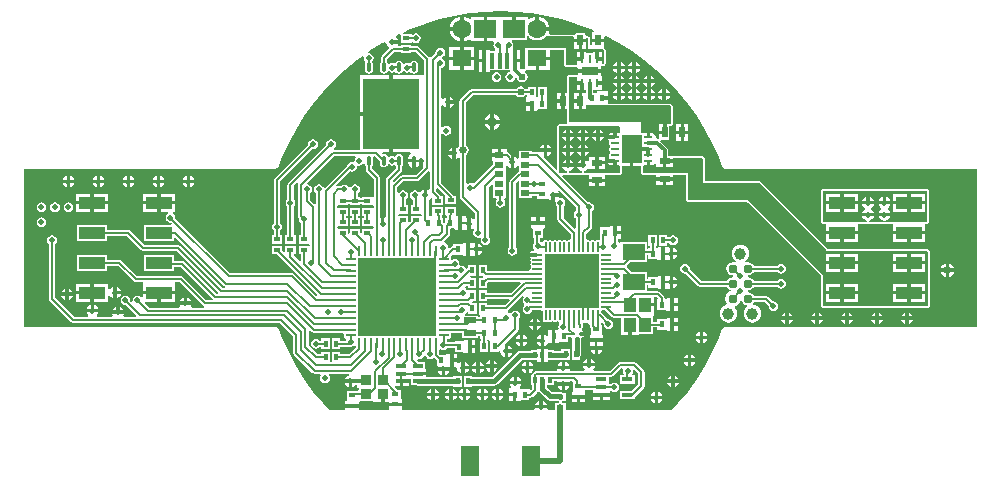
<source format=gtl>
G04 Layer_Physical_Order=1*
G04 Layer_Color=255*
%FSLAX24Y24*%
%MOIN*%
G70*
G01*
G75*
%ADD10R,0.0157X0.0236*%
%ADD11R,0.0394X0.0197*%
%ADD12R,0.0591X0.1024*%
%ADD13R,0.0197X0.0354*%
%ADD14R,0.0354X0.0197*%
%ADD15O,0.0276X0.0098*%
%ADD16R,0.0650X0.0937*%
%ADD17R,0.0098X0.0256*%
%ADD18R,0.0551X0.0315*%
%ADD19R,0.0236X0.0157*%
%ADD20O,0.0157X0.0315*%
%ADD21R,0.1890X0.2362*%
%ADD22R,0.0315X0.0197*%
%ADD23R,0.1811X0.1811*%
%ADD24O,0.0335X0.0079*%
%ADD25O,0.0079X0.0335*%
%ADD26C,0.0087*%
%ADD27R,0.0138X0.0217*%
%ADD28R,0.0748X0.0551*%
%ADD29R,0.0394X0.0472*%
%ADD30R,0.0354X0.0157*%
%ADD31R,0.0374X0.0335*%
%ADD32R,0.2598X0.2598*%
%ADD33O,0.0354X0.0098*%
%ADD34O,0.0098X0.0354*%
%ADD35R,0.0335X0.0118*%
%ADD36R,0.0157X0.0532*%
%ADD37R,0.0748X0.0630*%
%ADD38R,0.0630X0.0551*%
%ADD39R,0.0874X0.0402*%
%ADD40C,0.0310*%
%ADD41C,0.0080*%
%ADD42C,0.0120*%
%ADD43C,0.0060*%
%ADD44C,0.0197*%
%ADD45C,0.0180*%
%ADD46C,0.0630*%
%ADD47C,0.0390*%
%ADD48C,0.0200*%
%ADD49C,0.0217*%
%ADD50C,0.0197*%
%ADD51C,0.0260*%
%ADD52C,0.0240*%
%ADD53C,0.0315*%
G36*
X-4824Y3033D02*
X-4819Y3010D01*
X-4851Y2962D01*
X-4863Y2900D01*
X-4862Y2893D01*
X-4867Y2883D01*
X-4905Y2854D01*
X-4950Y2863D01*
X-5012Y2851D01*
X-5065Y2815D01*
X-5101Y2762D01*
X-5105Y2739D01*
X-5846Y1999D01*
X-5899Y2012D01*
X-5901Y2014D01*
X-5935Y2065D01*
X-5988Y2101D01*
X-6050Y2113D01*
X-6112Y2101D01*
X-6165Y2065D01*
X-6201Y2012D01*
X-6213Y1950D01*
X-6201Y1888D01*
X-6165Y1835D01*
X-6152Y1826D01*
Y1467D01*
X-6202Y1446D01*
X-6348Y1592D01*
Y1826D01*
X-6335Y1835D01*
X-6299Y1888D01*
X-6287Y1950D01*
X-6299Y2012D01*
X-6335Y2065D01*
X-6388Y2101D01*
X-6427Y2108D01*
X-6444Y2161D01*
X-5545Y3060D01*
X-4838D01*
X-4824Y3033D01*
D02*
G37*
G36*
X4000Y4015D02*
Y3855D01*
X3962Y3829D01*
X3950Y3825D01*
X3939Y3828D01*
X3898Y3836D01*
X3869D01*
Y3684D01*
X3809D01*
Y3624D01*
X3581D01*
X3613Y3576D01*
X3621Y3535D01*
X3618Y3529D01*
X3609Y3487D01*
X3618Y3444D01*
X3642Y3408D01*
Y3369D01*
X3618Y3333D01*
X3609Y3290D01*
X3618Y3247D01*
X3642Y3211D01*
Y3172D01*
X3618Y3136D01*
X3609Y3093D01*
X3618Y3051D01*
X3621Y3045D01*
X3613Y3004D01*
X3581Y2956D01*
X3809D01*
Y2896D01*
X3869D01*
Y2744D01*
X3898D01*
X3920Y2749D01*
X3939Y2752D01*
X3950Y2755D01*
X3962Y2751D01*
X4000Y2725D01*
Y2500D01*
X2775D01*
X2770Y2550D01*
X2778Y2552D01*
X2828Y2562D01*
X2894Y2606D01*
X2901Y2616D01*
X2943Y2637D01*
X3160D01*
Y2835D01*
Y3034D01*
X2943D01*
Y2911D01*
X2901Y2897D01*
X2893Y2895D01*
X2828Y2938D01*
X2810Y2942D01*
Y2750D01*
X2750D01*
Y2690D01*
X2558D01*
X2562Y2672D01*
X2606Y2606D01*
X2672Y2562D01*
X2722Y2552D01*
X2730Y2550D01*
X2725Y2500D01*
X2275D01*
X2270Y2550D01*
X2278Y2552D01*
X2328Y2562D01*
X2394Y2606D01*
X2438Y2672D01*
X2442Y2690D01*
X2058D01*
X2062Y2672D01*
X2106Y2606D01*
X2172Y2562D01*
X2222Y2552D01*
X2230Y2550D01*
X2225Y2500D01*
X1985D01*
X1950Y2535D01*
X1950Y4050D01*
X3965D01*
X4000Y4015D01*
D02*
G37*
G36*
X2565Y5655D02*
Y5546D01*
X2714D01*
Y5486D01*
X2774D01*
Y5258D01*
X2848D01*
Y5167D01*
X2725D01*
Y4890D01*
Y4613D01*
X2864D01*
Y4740D01*
X5635D01*
X5670Y4705D01*
X5670Y4117D01*
X5535D01*
Y3840D01*
X5475D01*
Y3780D01*
X5276D01*
Y3664D01*
X5235Y3628D01*
X5204Y3631D01*
X5170Y3676D01*
X5172Y3684D01*
X5160Y3742D01*
X5127Y3791D01*
X5078Y3824D01*
X5020Y3836D01*
X4991D01*
Y3684D01*
X4871D01*
Y3836D01*
X4842D01*
X4820Y3831D01*
X4801Y3828D01*
X4755Y3819D01*
X4755Y3819D01*
X4755Y3819D01*
X4700D01*
Y4190D01*
X2270Y4190D01*
Y5690D01*
X2400D01*
Y5700D01*
X2565D01*
Y5655D01*
D02*
G37*
G36*
X-4618Y1408D02*
X-4281D01*
X-4262Y1408D01*
X-4231Y1371D01*
Y1369D01*
X-4262Y1332D01*
X-4281Y1332D01*
X-4618D01*
Y1054D01*
X-4542D01*
Y989D01*
X-4615D01*
Y712D01*
X-4282D01*
X-4258Y712D01*
X-4232Y673D01*
X-4258Y635D01*
X-4615D01*
Y530D01*
X-4665Y503D01*
X-4668Y506D01*
Y635D01*
X-5025D01*
Y478D01*
X-5075Y452D01*
X-5078Y454D01*
Y635D01*
X-5414D01*
X-5436Y673D01*
X-5414Y712D01*
X-5078D01*
Y989D01*
X-5158D01*
Y1054D01*
X-5082D01*
Y1332D01*
X-5413Y1332D01*
X-5436Y1370D01*
X-5413Y1408D01*
X-5082D01*
Y1445D01*
X-5028D01*
Y1408D01*
X-4672D01*
Y1445D01*
X-4618D01*
Y1408D01*
D02*
G37*
G36*
X-2352Y2533D02*
Y1952D01*
X-2402Y1925D01*
X-2422Y1938D01*
X-2440Y1942D01*
Y1750D01*
X-2560D01*
Y1942D01*
X-2578Y1938D01*
X-2644Y1894D01*
X-2669Y1857D01*
X-2729D01*
X-2735Y1865D01*
X-2788Y1901D01*
X-2850Y1913D01*
X-2912Y1901D01*
X-2965Y1865D01*
X-3001Y1812D01*
X-3013Y1750D01*
X-3001Y1688D01*
X-2965Y1635D01*
X-2912Y1599D01*
X-2902Y1597D01*
Y1416D01*
X-2978D01*
Y1138D01*
X-2635D01*
X-2613Y1100D01*
X-2635Y1062D01*
X-2978D01*
Y889D01*
X-3026Y841D01*
X-3072Y860D01*
Y1062D01*
X-3399D01*
X-3422Y1100D01*
X-3399Y1138D01*
X-3072D01*
Y1416D01*
X-3148D01*
Y1626D01*
X-3135Y1635D01*
X-3099Y1688D01*
X-3087Y1750D01*
X-3099Y1812D01*
X-3135Y1865D01*
X-3188Y1901D01*
X-3250Y1913D01*
X-3312Y1901D01*
X-3365Y1865D01*
X-3383Y1839D01*
X-3433Y1854D01*
Y2023D01*
X-3248Y2208D01*
X-2790D01*
X-2751Y2216D01*
X-2718Y2238D01*
X-2402Y2554D01*
X-2352Y2533D01*
D02*
G37*
G36*
X6750Y2965D02*
X6750Y2150D01*
X8650Y2150D01*
X10900Y-100D01*
X14215Y-100D01*
X14250Y-135D01*
X14250Y-1950D01*
X10750D01*
X10750Y-900D01*
X8250Y1600D01*
X6250Y1600D01*
Y2500D01*
X4750D01*
Y2718D01*
X4759Y2728D01*
X4800Y2753D01*
X4801Y2752D01*
X4842Y2744D01*
X4871D01*
Y2896D01*
X4991D01*
Y2744D01*
X5020D01*
X5078Y2756D01*
X5127Y2789D01*
X5143Y2812D01*
X5193Y2797D01*
Y2687D01*
X5410D01*
Y2885D01*
X5470D01*
Y2945D01*
X5747D01*
Y3000D01*
X6715D01*
X6750Y2965D01*
D02*
G37*
G36*
X-4523Y2786D02*
X-4521Y2772D01*
X-4492Y2729D01*
Y2600D01*
X-4484Y2561D01*
X-4462Y2528D01*
X-4231Y2296D01*
Y1723D01*
X-4262Y1686D01*
X-4281Y1686D01*
X-4618D01*
Y1649D01*
X-4672D01*
Y1686D01*
X-4748D01*
Y1826D01*
X-4735Y1835D01*
X-4699Y1888D01*
X-4687Y1950D01*
X-4699Y2012D01*
X-4735Y2065D01*
X-4788Y2101D01*
X-4850Y2113D01*
X-4912Y2101D01*
X-4965Y2065D01*
X-4999Y2015D01*
X-5020Y2012D01*
X-5030D01*
X-5051Y2015D01*
X-5085Y2065D01*
X-5138Y2101D01*
X-5200Y2113D01*
X-5262Y2101D01*
X-5315Y2065D01*
X-5324Y2052D01*
X-5400D01*
X-5439Y2044D01*
X-5445Y2040D01*
X-5477Y2079D01*
X-5008Y2548D01*
X-4950Y2537D01*
X-4888Y2549D01*
X-4835Y2585D01*
X-4799Y2638D01*
X-4787Y2700D01*
X-4788Y2707D01*
X-4783Y2717D01*
X-4745Y2746D01*
X-4700Y2737D01*
X-4638Y2749D01*
X-4585Y2785D01*
X-4577Y2797D01*
X-4523Y2786D01*
D02*
G37*
G36*
X-4031Y2902D02*
Y2826D01*
X-4021Y2772D01*
X-3990Y2726D01*
X-3944Y2695D01*
X-3890Y2685D01*
X-3836Y2695D01*
X-3790Y2726D01*
X-3763Y2766D01*
X-3742Y2774D01*
X-3707Y2779D01*
X-3662Y2749D01*
X-3600Y2737D01*
X-3538Y2749D01*
X-3532Y2753D01*
X-3492Y2720D01*
Y2632D01*
X-3801Y2323D01*
X-3823Y2290D01*
X-3831Y2251D01*
Y1030D01*
X-3870Y1002D01*
Y800D01*
X-3990D01*
Y1003D01*
X-4028Y1031D01*
Y1262D01*
X-4027Y1269D01*
Y2339D01*
X-4034Y2378D01*
X-4057Y2411D01*
X-4288Y2642D01*
Y2729D01*
X-4259Y2772D01*
X-4249Y2826D01*
Y2984D01*
X-4252Y3000D01*
X-4220Y3043D01*
X-4175Y3046D01*
X-4031Y2902D01*
D02*
G37*
G36*
X-6293Y-2801D02*
X-6260Y-2823D01*
X-6221Y-2831D01*
X-5238D01*
X-5211Y-2881D01*
X-5213Y-2883D01*
X-5221Y-2926D01*
X-5213Y-2969D01*
X-5189Y-3005D01*
X-5152Y-3029D01*
X-5144Y-3048D01*
X-5162Y-3084D01*
X-5180Y-3098D01*
X-5334D01*
Y-3022D01*
X-5612D01*
Y-3378D01*
X-5334D01*
Y-3302D01*
X-5044D01*
X-5011Y-3295D01*
X-4982Y-3301D01*
X-4919Y-3289D01*
X-4877Y-3261D01*
X-4839Y-3274D01*
X-4828Y-3282D01*
X-4827Y-3298D01*
Y-3320D01*
X-4826Y-3329D01*
X-4825Y-3331D01*
X-5042Y-3548D01*
X-5334D01*
Y-3472D01*
X-5612D01*
Y-3798D01*
X-5688D01*
Y-3472D01*
X-5966D01*
Y-3548D01*
X-6108D01*
X-6398Y-3258D01*
Y-2767D01*
X-6348Y-2746D01*
X-6293Y-2801D01*
D02*
G37*
G36*
X515Y7861D02*
X1028Y7810D01*
X1537Y7726D01*
X2039Y7609D01*
X2532Y7459D01*
X3015Y7278D01*
X3107Y7236D01*
X3096Y7187D01*
X3057D01*
Y6970D01*
X3454D01*
Y7029D01*
X3504Y7055D01*
X3939Y6822D01*
X4376Y6550D01*
X4796Y6250D01*
X5194Y5923D01*
X5570Y5570D01*
X5923Y5194D01*
X6250Y4796D01*
X6550Y4376D01*
X6822Y3939D01*
X7065Y3484D01*
X7278Y3015D01*
X7392Y2711D01*
X7392Y2711D01*
X7392D01*
X7419Y2673D01*
X7421Y2671D01*
X7457Y2646D01*
X7500Y2638D01*
X15888D01*
Y-2638D01*
X7500D01*
X7457Y-2646D01*
X7421Y-2671D01*
X7419Y-2673D01*
X7392Y-2711D01*
X7392D01*
X7392Y-2711D01*
X7278Y-3015D01*
X7065Y-3484D01*
X6822Y-3939D01*
X6550Y-4376D01*
X6250Y-4796D01*
X5923Y-5194D01*
X5730Y-5400D01*
X2178D01*
Y-5188D01*
X2078D01*
X2066Y-5181D01*
X2059Y-5155D01*
X2056Y-5126D01*
X2075Y-5112D01*
X2178D01*
Y-4834D01*
X2074D01*
X2036Y-4809D01*
X1977Y-4797D01*
X1713D01*
X1553Y-4637D01*
Y-4582D01*
X1785D01*
Y-4452D01*
X1869D01*
X1897Y-4490D01*
X2303D01*
X2331Y-4452D01*
X2385D01*
X2422Y-4484D01*
Y-4748D01*
X2422Y-4762D01*
X2390Y-4798D01*
X2382D01*
Y-4917D01*
X2818D01*
Y-4802D01*
X2818Y-4798D01*
X2827Y-4752D01*
X3090D01*
Y-4846D01*
X3644D01*
Y-4794D01*
X3660Y-4783D01*
X3694Y-4772D01*
X3738Y-4801D01*
X3800Y-4813D01*
X3862Y-4801D01*
X3915Y-4765D01*
X3951Y-4712D01*
X3963Y-4650D01*
X3951Y-4588D01*
X3915Y-4535D01*
X3862Y-4499D01*
X3800Y-4487D01*
X3738Y-4499D01*
X3685Y-4535D01*
X3676Y-4548D01*
X3604D01*
Y-4302D01*
X3700D01*
X3739Y-4294D01*
X3772Y-4272D01*
X4023Y-4021D01*
X4059Y-4024D01*
X4092Y-4072D01*
X4087Y-4100D01*
X4099Y-4162D01*
X4128Y-4205D01*
X4116Y-4255D01*
X3996D01*
Y-4533D01*
X4470D01*
Y-4255D01*
X4394D01*
X4384Y-4241D01*
X4372Y-4205D01*
X4401Y-4162D01*
X4413Y-4100D01*
X4408Y-4073D01*
X4454Y-4048D01*
X4598Y-4192D01*
Y-4558D01*
X4389Y-4767D01*
X3996D01*
Y-5045D01*
X4470D01*
Y-4974D01*
X4772Y-4672D01*
X4794Y-4639D01*
X4802Y-4600D01*
Y-4150D01*
X4794Y-4111D01*
X4772Y-4078D01*
X4522Y-3828D01*
X4489Y-3806D01*
X4450Y-3798D01*
X4000D01*
X3961Y-3806D01*
X3928Y-3828D01*
X3658Y-4098D01*
X3104D01*
X3088Y-4048D01*
X3094Y-4044D01*
X3138Y-3978D01*
X3142Y-3960D01*
X2758D01*
X2762Y-3978D01*
X2806Y-4044D01*
X2812Y-4048D01*
X2796Y-4098D01*
X2331D01*
X2303Y-4060D01*
X1897D01*
X1869Y-4098D01*
X1200D01*
X1161Y-4106D01*
X1128Y-4128D01*
X1090Y-4166D01*
X1051Y-4134D01*
X1066Y-4112D01*
X1088Y-4078D01*
X1092Y-4060D01*
X960D01*
Y-4192D01*
X978Y-4188D01*
X1014Y-4164D01*
X1036Y-4150D01*
X1072Y-4184D01*
X1050Y-4217D01*
X1044Y-4245D01*
X1015D01*
Y-4582D01*
X1042D01*
Y-4708D01*
X1013Y-4732D01*
X966Y-4722D01*
Y-4722D01*
X702D01*
X688Y-4722D01*
X683Y-4717D01*
X652Y-4682D01*
X652Y-4632D01*
X688Y-4578D01*
X692Y-4560D01*
X308D01*
X312Y-4578D01*
X348Y-4632D01*
X329Y-4682D01*
X294D01*
Y-4840D01*
X473D01*
Y-4900D01*
X533D01*
Y-5118D01*
X652D01*
Y-5110D01*
X688Y-5078D01*
X702Y-5078D01*
X966D01*
Y-5002D01*
X1000D01*
X1039Y-4994D01*
X1072Y-4972D01*
X1216Y-4828D01*
X1231Y-4806D01*
X1272Y-4800D01*
X1288Y-4802D01*
X1292Y-4808D01*
X1542Y-5058D01*
X1591Y-5091D01*
X1650Y-5103D01*
X1822D01*
Y-5112D01*
X1925D01*
X1944Y-5126D01*
X1941Y-5155D01*
X1934Y-5181D01*
X1922Y-5188D01*
X1822D01*
Y-5400D01*
X1579D01*
X1551Y-5360D01*
X1149D01*
X1121Y-5400D01*
X-3282D01*
Y-5287D01*
X-3718D01*
Y-5400D01*
X-4732D01*
Y-5337D01*
X-5168D01*
Y-5400D01*
X-5730D01*
X-5923Y-5194D01*
X-6250Y-4796D01*
X-6550Y-4376D01*
X-6822Y-3939D01*
X-7065Y-3484D01*
X-7278Y-3015D01*
X-7392Y-2711D01*
X-7392Y-2711D01*
X-7392D01*
X-7419Y-2673D01*
X-7421Y-2671D01*
X-7457Y-2646D01*
X-7500Y-2638D01*
X-15888D01*
Y2638D01*
X-7500D01*
X-7457Y2646D01*
X-7421Y2671D01*
X-7419Y2673D01*
X-7392Y2711D01*
X-7392D01*
X-7392Y2711D01*
X-7278Y3015D01*
X-7065Y3484D01*
X-6822Y3939D01*
X-6550Y4376D01*
X-6250Y4796D01*
X-5923Y5194D01*
X-5570Y5570D01*
X-5194Y5923D01*
X-4796Y6250D01*
X-4584Y6401D01*
X-4582Y6400D01*
X-4543Y6369D01*
X-4553Y6320D01*
X-4541Y6258D01*
X-4505Y6205D01*
X-4517Y6154D01*
X-4521Y6148D01*
X-4531Y6094D01*
Y5936D01*
X-4521Y5882D01*
X-4490Y5836D01*
X-4444Y5806D01*
X-4390Y5795D01*
X-4336Y5806D01*
X-4290Y5836D01*
X-4259Y5882D01*
X-4249Y5936D01*
Y6094D01*
X-4259Y6148D01*
X-4263Y6154D01*
X-4275Y6205D01*
X-4239Y6258D01*
X-4227Y6320D01*
X-4239Y6382D01*
X-4275Y6435D01*
X-4328Y6471D01*
X-4385Y6482D01*
X-4393Y6497D01*
X-4402Y6532D01*
X-4376Y6550D01*
X-3939Y6822D01*
X-3847Y6871D01*
X-3802Y6839D01*
X-3788Y6772D01*
X-3744Y6706D01*
X-3726Y6693D01*
X-3721Y6644D01*
X-3962Y6402D01*
X-3984Y6369D01*
X-3992Y6330D01*
Y6191D01*
X-4021Y6148D01*
X-4031Y6094D01*
Y5936D01*
X-4021Y5882D01*
X-3990Y5836D01*
X-3944Y5806D01*
X-3890Y5795D01*
X-3836Y5806D01*
X-3790Y5836D01*
X-3767Y5871D01*
X-3729Y5881D01*
X-3709Y5880D01*
X-3662Y5849D01*
X-3600Y5837D01*
X-3538Y5849D01*
X-3511Y5867D01*
X-3490Y5836D01*
X-3444Y5806D01*
X-3390Y5795D01*
X-3336Y5806D01*
X-3290Y5836D01*
X-3267Y5871D01*
X-3229Y5881D01*
X-3209Y5880D01*
X-3162Y5849D01*
X-3100Y5837D01*
X-3038Y5849D01*
X-3011Y5867D01*
X-2990Y5836D01*
X-2944Y5806D01*
X-2890Y5795D01*
X-2836Y5806D01*
X-2790Y5836D01*
X-2759Y5882D01*
X-2749Y5936D01*
Y6094D01*
X-2759Y6148D01*
X-2790Y6194D01*
X-2836Y6225D01*
X-2890Y6235D01*
X-2944Y6225D01*
X-2990Y6194D01*
X-3021Y6148D01*
X-3070Y6157D01*
X-3100Y6163D01*
X-3162Y6151D01*
X-3203Y6123D01*
X-3245Y6133D01*
X-3258Y6141D01*
X-3259Y6148D01*
X-3290Y6194D01*
X-3336Y6225D01*
X-3390Y6235D01*
X-3444Y6225D01*
X-3490Y6194D01*
X-3521Y6148D01*
X-3570Y6157D01*
X-3600Y6163D01*
X-3662Y6151D01*
X-3703Y6123D01*
X-3745Y6133D01*
X-3758Y6141D01*
X-3759Y6148D01*
X-3788Y6191D01*
Y6288D01*
X-3555Y6521D01*
X-3328D01*
Y6484D01*
X-2972D01*
Y6521D01*
X-2815D01*
X-2552Y6258D01*
Y5758D01*
X-2595Y5741D01*
Y5741D01*
X-3580D01*
Y4460D01*
Y3179D01*
X-3009D01*
X-2994Y3129D01*
X-3019Y3112D01*
X-3058Y3053D01*
X-3072Y2984D01*
Y2965D01*
X-2890D01*
Y2905D01*
X-2830D01*
Y2656D01*
X-2820Y2658D01*
X-2761Y2697D01*
X-2755Y2706D01*
X-2728Y2712D01*
X-2710Y2708D01*
Y2900D01*
X-2590D01*
Y2664D01*
X-2586Y2658D01*
X-2832Y2412D01*
X-3290D01*
X-3329Y2404D01*
X-3362Y2382D01*
X-3546Y2199D01*
X-3600Y2215D01*
X-3603Y2233D01*
X-3318Y2518D01*
X-3296Y2551D01*
X-3288Y2590D01*
Y2729D01*
X-3259Y2772D01*
X-3249Y2826D01*
Y2984D01*
X-3259Y3038D01*
X-3290Y3084D01*
X-3336Y3114D01*
X-3390Y3125D01*
X-3444Y3114D01*
X-3490Y3084D01*
X-3520Y3039D01*
X-3538Y3051D01*
X-3600Y3063D01*
X-3662Y3051D01*
X-3705Y3022D01*
X-3746Y3031D01*
X-3759Y3038D01*
X-3790Y3084D01*
X-3836Y3114D01*
X-3890Y3125D01*
X-3926Y3118D01*
X-3936Y3129D01*
X-3915Y3179D01*
X-3700D01*
Y4400D01*
X-4685D01*
Y3264D01*
X-5550D01*
X-5565Y3314D01*
X-5535Y3335D01*
X-5499Y3388D01*
X-5487Y3450D01*
X-5499Y3512D01*
X-5535Y3565D01*
X-5588Y3601D01*
X-5650Y3613D01*
X-5712Y3601D01*
X-5765Y3565D01*
X-5801Y3512D01*
X-5813Y3450D01*
X-5810Y3434D01*
X-7072Y2172D01*
X-7094Y2139D01*
X-7102Y2100D01*
Y1624D01*
X-7115Y1615D01*
X-7151Y1562D01*
X-7163Y1500D01*
X-7151Y1438D01*
X-7115Y1385D01*
X-7102Y1376D01*
Y416D01*
X-7178D01*
Y138D01*
X-6822D01*
Y416D01*
X-6898D01*
Y1376D01*
X-6885Y1385D01*
X-6849Y1438D01*
X-6837Y1500D01*
X-6849Y1562D01*
X-6885Y1615D01*
X-6898Y1624D01*
Y2058D01*
X-6779Y2177D01*
X-6740Y2145D01*
X-6744Y2139D01*
X-6752Y2100D01*
Y1050D01*
X-6744Y1011D01*
X-6722Y978D01*
X-6710Y966D01*
X-6713Y950D01*
X-6701Y888D01*
X-6665Y835D01*
X-6652Y826D01*
Y416D01*
X-6728D01*
Y138D01*
X-6385D01*
X-6363Y100D01*
X-6385Y62D01*
X-6728D01*
Y-216D01*
X-6652D01*
Y-439D01*
X-6698Y-458D01*
X-6890Y-266D01*
X-6878Y-216D01*
X-6822D01*
Y62D01*
X-7178D01*
Y-140D01*
X-7224Y-159D01*
X-7272Y-111D01*
Y62D01*
X-7628D01*
Y-216D01*
X-7455D01*
X-6113Y-1558D01*
X-6130Y-1612D01*
X-6141Y-1614D01*
X-6878Y-878D01*
X-6911Y-856D01*
X-6950Y-848D01*
X-9008D01*
X-10840Y984D01*
X-10837Y1000D01*
X-10849Y1062D01*
X-10885Y1115D01*
X-10935Y1149D01*
X-10936Y1153D01*
X-10919Y1199D01*
X-10851D01*
Y1440D01*
X-11328D01*
Y1199D01*
X-11081D01*
X-11064Y1153D01*
X-11065Y1149D01*
X-11115Y1115D01*
X-11151Y1062D01*
X-11163Y1000D01*
X-11151Y938D01*
X-11115Y885D01*
X-11062Y849D01*
X-11000Y837D01*
X-10984Y840D01*
X-10951Y807D01*
X-10970Y761D01*
X-11885D01*
Y239D01*
X-10891D01*
Y331D01*
X-10845Y350D01*
X-9222Y-1272D01*
X-9189Y-1294D01*
X-9170Y-1298D01*
X-9175Y-1348D01*
X-9258D01*
X-10678Y72D01*
X-10711Y94D01*
X-10750Y102D01*
X-11858D01*
X-12328Y572D01*
X-12361Y594D01*
X-12400Y602D01*
X-13115D01*
Y761D01*
X-14109D01*
Y239D01*
X-13115D01*
Y398D01*
X-12442D01*
X-11972Y-72D01*
X-11939Y-94D01*
X-11900Y-102D01*
X-10792D01*
X-9402Y-1492D01*
X-9420Y-1538D01*
X-9463Y-1543D01*
X-10528Y-478D01*
X-10561Y-456D01*
X-10600Y-448D01*
X-10891D01*
Y-239D01*
X-11885D01*
Y-761D01*
X-10891D01*
Y-652D01*
X-10642D01*
X-9596Y-1698D01*
X-9617Y-1748D01*
X-9808D01*
X-10578Y-978D01*
X-10611Y-956D01*
X-10650Y-948D01*
X-12108D01*
X-12628Y-428D01*
X-12661Y-406D01*
X-12700Y-398D01*
X-13115D01*
Y-239D01*
X-14109D01*
Y-761D01*
X-13115D01*
Y-602D01*
X-12742D01*
X-12222Y-1122D01*
X-12189Y-1144D01*
X-12150Y-1152D01*
X-11931D01*
X-11925Y-1199D01*
X-11925D01*
Y-1440D01*
X-10851D01*
Y-1199D01*
X-10851D01*
X-10844Y-1152D01*
X-10692D01*
X-9922Y-1922D01*
X-9889Y-1944D01*
X-9870Y-1948D01*
X-9875Y-1998D01*
X-10298D01*
X-10325Y-1948D01*
X-10312Y-1928D01*
X-10308Y-1910D01*
X-10692D01*
X-10688Y-1928D01*
X-10675Y-1948D01*
X-10702Y-1998D01*
X-11708D01*
X-11859Y-1847D01*
X-11840Y-1801D01*
X-11448D01*
Y-1560D01*
X-11925D01*
Y-1634D01*
X-11975Y-1649D01*
X-11985Y-1635D01*
X-12038Y-1599D01*
X-12100Y-1587D01*
X-12162Y-1599D01*
X-12215Y-1635D01*
X-12251Y-1688D01*
X-12263Y-1750D01*
X-12258Y-1777D01*
X-12304Y-1802D01*
X-12340Y-1766D01*
X-12337Y-1750D01*
X-12349Y-1688D01*
X-12385Y-1635D01*
X-12438Y-1599D01*
X-12500Y-1587D01*
X-12562Y-1599D01*
X-12615Y-1635D01*
X-12651Y-1688D01*
X-12663Y-1750D01*
X-12651Y-1812D01*
X-12615Y-1865D01*
X-12562Y-1901D01*
X-12500Y-1913D01*
X-12484Y-1910D01*
X-12142Y-2252D01*
X-12161Y-2298D01*
X-12548D01*
X-12575Y-2248D01*
X-12562Y-2228D01*
X-12558Y-2210D01*
X-12942D01*
X-12938Y-2228D01*
X-12925Y-2248D01*
X-12952Y-2298D01*
X-13446D01*
X-13462Y-2248D01*
X-13456Y-2244D01*
X-13412Y-2178D01*
X-13408Y-2160D01*
X-13792D01*
X-13788Y-2178D01*
X-13744Y-2244D01*
X-13738Y-2248D01*
X-13754Y-2298D01*
X-14208D01*
X-14848Y-1658D01*
Y126D01*
X-14835Y135D01*
X-14799Y188D01*
X-14787Y250D01*
X-14799Y312D01*
X-14835Y365D01*
X-14888Y401D01*
X-14950Y413D01*
X-15012Y401D01*
X-15065Y365D01*
X-15101Y312D01*
X-15113Y250D01*
X-15101Y188D01*
X-15065Y135D01*
X-15052Y126D01*
Y-1700D01*
X-15044Y-1739D01*
X-15022Y-1772D01*
X-14322Y-2472D01*
X-14289Y-2494D01*
X-14250Y-2502D01*
X-7342D01*
X-6902Y-2942D01*
Y-3498D01*
X-6894Y-3537D01*
X-6872Y-3570D01*
X-6270Y-4172D01*
X-6237Y-4194D01*
X-6198Y-4202D01*
X-6000D01*
X-5977Y-4252D01*
X-6001Y-4288D01*
X-6013Y-4350D01*
X-6001Y-4412D01*
X-5965Y-4465D01*
X-5912Y-4501D01*
X-5850Y-4513D01*
X-5788Y-4501D01*
X-5735Y-4465D01*
X-5699Y-4412D01*
X-5687Y-4350D01*
X-5699Y-4288D01*
X-5723Y-4252D01*
X-5700Y-4202D01*
X-5034D01*
X-5030Y-4252D01*
X-5078Y-4262D01*
X-5144Y-4306D01*
X-5188Y-4372D01*
X-5192Y-4390D01*
X-5000D01*
Y-4450D01*
X-4940D01*
Y-4642D01*
X-4922Y-4638D01*
X-4856Y-4594D01*
X-4841Y-4572D01*
X-4772D01*
Y-4691D01*
X-4732D01*
Y-4759D01*
X-4772Y-4784D01*
X-5128D01*
Y-5062D01*
X-5160Y-5098D01*
X-5168D01*
Y-5217D01*
X-4732D01*
Y-5139D01*
X-4697Y-5104D01*
X-4238D01*
X-4202Y-5135D01*
Y-5144D01*
X-3975D01*
Y-4876D01*
X-3855D01*
Y-5144D01*
X-3718D01*
Y-5167D01*
X-3282D01*
Y-5048D01*
X-3290D01*
X-3322Y-5012D01*
Y-4734D01*
X-3445D01*
X-3522Y-4658D01*
X-3503Y-4611D01*
X-3362D01*
Y-4452D01*
X-3302D01*
Y-4392D01*
X-2993D01*
X-2989Y-4389D01*
X-2978Y-4391D01*
Y-4572D01*
X-2843D01*
X-2809Y-4594D01*
X-2751Y-4605D01*
X-1566D01*
Y-4628D01*
X-1288D01*
Y-4512D01*
X-1286Y-4509D01*
X-1274Y-4450D01*
X-1286Y-4391D01*
X-1288Y-4388D01*
Y-4272D01*
X-1566D01*
Y-4299D01*
X-1873D01*
X-1873Y-4299D01*
X-1927D01*
X-1927Y-4299D01*
X-2484D01*
Y-4257D01*
X-2751D01*
Y-4137D01*
X-2484D01*
Y-4037D01*
X-2524D01*
Y-3822D01*
X-2726D01*
X-2798Y-3750D01*
X-2796Y-3738D01*
X-2790Y-3731D01*
X-2741Y-3705D01*
X-2700Y-3713D01*
X-2638Y-3701D01*
X-2585Y-3665D01*
X-2551Y-3615D01*
X-2530Y-3612D01*
X-2520D01*
X-2499Y-3615D01*
X-2465Y-3665D01*
X-2412Y-3701D01*
X-2350Y-3713D01*
X-2288Y-3701D01*
X-2235Y-3665D01*
X-2187Y-3684D01*
X-2116Y-3755D01*
Y-3928D01*
X-2112D01*
X-2095Y-3959D01*
X-2090Y-3978D01*
X-2092Y-3990D01*
X-1683D01*
Y-3750D01*
Y-3532D01*
X-1802D01*
Y-3540D01*
X-1838Y-3572D01*
X-2011D01*
X-2048Y-3535D01*
Y-3400D01*
X-1998Y-3377D01*
X-1962Y-3401D01*
X-1900Y-3413D01*
X-1838Y-3401D01*
X-1785Y-3365D01*
X-1776Y-3352D01*
X-1516D01*
Y-3478D01*
X-1252D01*
X-1238Y-3478D01*
X-1202Y-3510D01*
Y-3518D01*
X-1083D01*
Y-3300D01*
Y-3082D01*
X-1202D01*
Y-3090D01*
X-1238Y-3122D01*
X-1252Y-3122D01*
X-1516D01*
Y-3148D01*
X-1776D01*
X-1785Y-3135D01*
X-1789Y-3132D01*
Y-3037D01*
X-1763D01*
X-1721Y-3029D01*
X-1685Y-3005D01*
X-1660Y-2969D01*
X-1652Y-2926D01*
X-1660Y-2883D01*
X-1662Y-2881D01*
X-1635Y-2831D01*
X-1273D01*
Y-3011D01*
X-760D01*
Y-2955D01*
X-692D01*
Y-3035D01*
X-656D01*
Y-3108D01*
X-692D01*
Y-3465D01*
X-415D01*
Y-3108D01*
X-424D01*
X-443Y-3061D01*
X-423Y-3054D01*
X-378Y-3075D01*
Y-3075D01*
X-374D01*
X-338Y-3108D01*
Y-3465D01*
X-61D01*
Y-3422D01*
X-48Y-3416D01*
X-4Y-3448D01*
X-4Y-3450D01*
X12Y-3528D01*
X56Y-3594D01*
X122Y-3638D01*
X140Y-3642D01*
Y-3450D01*
Y-3214D01*
X136Y-3208D01*
X572Y-2772D01*
X594Y-2739D01*
X602Y-2700D01*
Y-2374D01*
X615Y-2365D01*
X651Y-2312D01*
X663Y-2250D01*
X651Y-2188D01*
X615Y-2135D01*
X562Y-2099D01*
X500Y-2087D01*
X438Y-2099D01*
X385Y-2135D01*
X367Y-2161D01*
X307Y-2178D01*
X301Y-2177D01*
X278Y-2162D01*
X253Y-2157D01*
X244Y-2104D01*
X262Y-2092D01*
X735Y-1620D01*
X773Y-1652D01*
X749Y-1688D01*
X737Y-1750D01*
X749Y-1812D01*
X785Y-1865D01*
X799Y-1875D01*
Y-1925D01*
X785Y-1935D01*
X749Y-1988D01*
X737Y-2050D01*
X749Y-2112D01*
X785Y-2165D01*
X838Y-2201D01*
X900Y-2213D01*
X962Y-2201D01*
X1015Y-2165D01*
X1051Y-2112D01*
X1058Y-2078D01*
X1228D01*
X1231Y-2077D01*
X1356D01*
X1364Y-2084D01*
Y-2116D01*
X1396D01*
X1403Y-2124D01*
Y-2380D01*
X1410Y-2418D01*
X1432Y-2451D01*
X1465Y-2473D01*
X1504Y-2481D01*
X1543Y-2473D01*
X1544Y-2473D01*
X1583Y-2455D01*
X1621Y-2473D01*
X1623Y-2473D01*
X1661Y-2481D01*
X1700Y-2473D01*
X1733Y-2451D01*
X1747D01*
X1780Y-2473D01*
X1819Y-2481D01*
X1858Y-2473D01*
X1859Y-2473D01*
X1898Y-2455D01*
X1936Y-2473D01*
X1938Y-2473D01*
X1946Y-2475D01*
X1952Y-2483D01*
X1965Y-2530D01*
X1939Y-2568D01*
X1927Y-2630D01*
X1937Y-2682D01*
X1918Y-2717D01*
X1906Y-2732D01*
X1833D01*
Y-2950D01*
Y-3168D01*
X1952D01*
Y-3160D01*
X1988Y-3128D01*
X2002Y-3128D01*
X2266D01*
Y-2988D01*
X2348D01*
X2389Y-3038D01*
X2385Y-3057D01*
Y-3493D01*
X2374Y-3550D01*
X2386Y-3609D01*
X2388Y-3612D01*
Y-3728D01*
X2666D01*
Y-3618D01*
X2680Y-3597D01*
X2691Y-3539D01*
Y-3057D01*
X2686Y-3031D01*
X2693Y-3021D01*
X2740Y-2990D01*
X2769Y-2946D01*
X2643D01*
X2637Y-2942D01*
Y-2826D01*
X2769D01*
X2740Y-2783D01*
X2727Y-2774D01*
X2711Y-2724D01*
X2734Y-2690D01*
X2742Y-2650D01*
X2739Y-2633D01*
Y-2568D01*
X2739Y-2567D01*
X2764Y-2522D01*
X2818Y-2511D01*
X2842Y-2495D01*
X2867Y-2511D01*
X2921Y-2522D01*
X2927Y-2521D01*
X2977Y-2562D01*
Y-2601D01*
X2984Y-2641D01*
X3007Y-2674D01*
X3022Y-2689D01*
Y-2848D01*
X3022Y-2862D01*
X2990Y-2898D01*
X2982D01*
Y-3017D01*
X3418D01*
Y-2898D01*
X3410D01*
X3378Y-2862D01*
X3378Y-2848D01*
Y-2584D01*
X3338D01*
Y-2498D01*
X3384Y-2478D01*
X3440Y-2534D01*
X3437Y-2550D01*
X3449Y-2612D01*
X3485Y-2665D01*
X3538Y-2701D01*
X3600Y-2713D01*
X3662Y-2701D01*
X3715Y-2665D01*
X3751Y-2612D01*
X3763Y-2550D01*
X3751Y-2488D01*
X3715Y-2435D01*
X3662Y-2399D01*
X3600Y-2387D01*
X3584Y-2390D01*
X3374Y-2180D01*
X3353Y-2166D01*
X3366Y-2116D01*
X3376D01*
Y-2084D01*
X3384Y-2077D01*
X3483D01*
X3709Y-2303D01*
X3739Y-2323D01*
X3774Y-2330D01*
X4017D01*
Y-2901D01*
X4254D01*
Y-2565D01*
X4374D01*
Y-2901D01*
X4611D01*
Y-2861D01*
X5083D01*
Y-2656D01*
X5234D01*
Y-2728D01*
X5498D01*
X5512Y-2728D01*
X5548Y-2760D01*
Y-2768D01*
X5667D01*
Y-2550D01*
Y-2332D01*
X5548D01*
Y-2340D01*
X5512Y-2372D01*
X5498Y-2372D01*
X5234D01*
Y-2473D01*
X5118D01*
X5083Y-2438D01*
Y-2268D01*
X5114Y-2232D01*
X5123D01*
Y-1955D01*
X4826D01*
Y-1835D01*
X5123D01*
Y-1642D01*
X5206D01*
X5241Y-1680D01*
X5234Y-1722D01*
X5234D01*
Y-2078D01*
X5498D01*
X5512Y-2078D01*
X5548Y-2110D01*
Y-2118D01*
X5667D01*
Y-1900D01*
Y-1682D01*
X5548D01*
Y-1686D01*
X5510Y-1719D01*
X5507Y-1718D01*
X5465Y-1686D01*
Y-1673D01*
X5458Y-1638D01*
X5438Y-1608D01*
X5315Y-1485D01*
X5285Y-1465D01*
X5250Y-1458D01*
X4884D01*
Y-1244D01*
X4934D01*
Y-1328D01*
X5198D01*
X5212Y-1328D01*
X5248Y-1360D01*
Y-1368D01*
X5367D01*
Y-1150D01*
Y-932D01*
X5248D01*
Y-940D01*
X5212Y-972D01*
X5198Y-972D01*
X4934D01*
Y-1040D01*
X4884D01*
Y-807D01*
X4368D01*
X4222Y-661D01*
X4214Y-598D01*
X4319Y-493D01*
X4884D01*
Y-260D01*
X4934D01*
Y-378D01*
X5198D01*
X5212Y-378D01*
X5248Y-410D01*
Y-418D01*
X5367D01*
Y-200D01*
Y18D01*
X5248D01*
Y18D01*
X5204Y-3D01*
X5189Y2D01*
X5175Y18D01*
Y72D01*
X5212D01*
Y428D01*
X4934D01*
Y72D01*
X4971D01*
Y-22D01*
X4934D01*
Y-56D01*
X4884D01*
Y178D01*
X4016D01*
Y177D01*
X3966Y162D01*
X3944Y194D01*
X3929Y204D01*
Y282D01*
X4006D01*
Y440D01*
X3827D01*
Y500D01*
X3767D01*
Y718D01*
X3648D01*
Y710D01*
X3612Y678D01*
X3598Y678D01*
X3334D01*
Y481D01*
X3330Y459D01*
Y277D01*
X3280Y250D01*
X3275Y253D01*
X3236Y261D01*
X3197Y253D01*
X3196Y253D01*
X3157Y235D01*
X3119Y253D01*
X3117Y253D01*
X3079Y261D01*
X3040Y253D01*
X3039Y253D01*
X3000Y235D01*
X2961Y253D01*
X2960Y253D01*
X2921Y261D01*
X2916Y260D01*
X2866Y298D01*
Y471D01*
X3022Y628D01*
X3044Y661D01*
X3052Y700D01*
Y1226D01*
X3065Y1235D01*
X3101Y1288D01*
X3113Y1350D01*
X3101Y1412D01*
X3065Y1465D01*
X3012Y1501D01*
X2950Y1513D01*
X2934Y1510D01*
X2055Y2389D01*
X2074Y2435D01*
X2225D01*
X2246Y2443D01*
X2250Y2445D01*
X2254Y2443D01*
X2275Y2435D01*
X2725D01*
X2746Y2443D01*
X2750Y2445D01*
X2754Y2443D01*
X2775Y2435D01*
X2943D01*
Y2305D01*
X3497D01*
Y2435D01*
X4000D01*
X4046Y2454D01*
X4065Y2500D01*
Y2722D01*
X4310D01*
Y3290D01*
X4430D01*
Y2722D01*
X4683D01*
X4685Y2718D01*
Y2500D01*
X4704Y2454D01*
X4750Y2435D01*
X5193D01*
Y2355D01*
X5747D01*
Y2435D01*
X6185D01*
Y1600D01*
X6204Y1554D01*
X6250Y1535D01*
X8223Y1535D01*
X10685Y-927D01*
X10685Y-1950D01*
X10704Y-1996D01*
X10750Y-2015D01*
X14250D01*
X14296Y-1996D01*
X14315Y-1950D01*
X14315Y-135D01*
X14296Y-89D01*
X14261Y-54D01*
X14215Y-35D01*
X10927Y-35D01*
X8696Y2196D01*
X8650Y2215D01*
X6850Y2215D01*
X6815Y2250D01*
X6815Y2965D01*
X6796Y3011D01*
X6761Y3046D01*
X6715Y3065D01*
X5747D01*
X5701Y3046D01*
X5700Y3044D01*
X5592D01*
Y3240D01*
X5583Y3287D01*
X5557Y3327D01*
X5330Y3553D01*
X5351Y3603D01*
X5633D01*
Y4052D01*
X5670D01*
X5716Y4071D01*
X5735Y4117D01*
X5735Y4705D01*
X5716Y4751D01*
X5681Y4786D01*
X5635Y4805D01*
X3576D01*
Y4930D01*
X3397D01*
Y5050D01*
X3576D01*
Y5208D01*
X3218D01*
Y5200D01*
X3182Y5168D01*
X3092D01*
Y5258D01*
X3375D01*
Y5426D01*
X3226D01*
Y5546D01*
X3375D01*
Y5714D01*
X3346D01*
Y5830D01*
X2594D01*
Y5785D01*
X2565Y5765D01*
X2400D01*
X2376Y5755D01*
X2270D01*
X2224Y5736D01*
X2205Y5690D01*
Y5167D01*
X2135D01*
Y4890D01*
Y4613D01*
X2205D01*
Y4190D01*
X2215Y4165D01*
X2188Y4115D01*
X1950D01*
X1904Y4096D01*
X1885Y4050D01*
X1885Y2624D01*
X1839Y2605D01*
X1436Y3008D01*
X1440Y3014D01*
Y3190D01*
X1285D01*
X1260Y3173D01*
X1259Y3174D01*
X1220Y3182D01*
X1051D01*
Y3238D01*
X616D01*
Y2977D01*
X566Y2962D01*
X544Y2994D01*
X478Y3038D01*
X460Y3042D01*
Y2850D01*
Y2658D01*
X478Y2662D01*
X544Y2706D01*
X566Y2738D01*
X616Y2723D01*
Y2545D01*
X611Y2544D01*
X578Y2522D01*
X328Y2272D01*
X306Y2239D01*
X298Y2200D01*
Y24D01*
X285Y15D01*
X249Y-38D01*
X237Y-100D01*
X249Y-162D01*
X285Y-215D01*
X338Y-251D01*
X400Y-263D01*
X462Y-251D01*
X515Y-215D01*
X551Y-162D01*
X563Y-100D01*
X551Y-38D01*
X515Y15D01*
X502Y24D01*
Y2158D01*
X569Y2225D01*
X616Y2206D01*
Y1977D01*
Y1662D01*
X1051D01*
Y1718D01*
X1222D01*
Y1634D01*
X1559Y1634D01*
X1600Y1613D01*
X1606Y1606D01*
X1672Y1562D01*
X1690Y1558D01*
Y1750D01*
X1750D01*
Y1810D01*
X1942D01*
X1938Y1828D01*
X1901Y1884D01*
X1940Y1916D01*
X2504Y1352D01*
Y1224D01*
X2491Y1215D01*
X2456Y1162D01*
X2443Y1100D01*
X2456Y1038D01*
X2491Y985D01*
X2504Y976D01*
Y655D01*
X2458Y636D01*
X2102Y992D01*
Y1376D01*
X2115Y1385D01*
X2151Y1438D01*
X2163Y1500D01*
X2151Y1562D01*
X2115Y1615D01*
X2062Y1651D01*
X2000Y1663D01*
X1986Y1660D01*
X1957Y1690D01*
X1810D01*
Y1543D01*
X1840Y1514D01*
X1837Y1500D01*
X1849Y1438D01*
X1885Y1385D01*
X1898Y1376D01*
Y950D01*
X1906Y911D01*
X1928Y878D01*
X2347Y459D01*
Y298D01*
X2297Y260D01*
X2291Y261D01*
X2252Y253D01*
X2220Y231D01*
X2205D01*
X2173Y253D01*
X2134Y261D01*
X2095Y253D01*
X2094Y253D01*
X2055Y235D01*
X2016Y253D01*
X2015Y253D01*
X1976Y261D01*
X1938Y253D01*
X1936Y253D01*
X1898Y235D01*
X1859Y253D01*
X1858Y253D01*
X1819Y261D01*
X1780Y253D01*
X1747Y231D01*
X1733D01*
X1700Y253D01*
X1661Y261D01*
X1623Y253D01*
X1621Y253D01*
X1583Y235D01*
X1544Y253D01*
X1543Y253D01*
X1504Y261D01*
X1465Y253D01*
X1432Y231D01*
X1413Y203D01*
X1372Y189D01*
X1362Y186D01*
X1329Y212D01*
Y334D01*
X1428D01*
Y598D01*
X1428Y612D01*
X1460Y648D01*
X1468D01*
Y767D01*
X1032D01*
Y648D01*
X1040D01*
X1072Y612D01*
X1072Y598D01*
Y334D01*
X1125D01*
Y151D01*
X1099Y112D01*
X1087Y50D01*
X1099Y-12D01*
X1126Y-52D01*
X1108Y-96D01*
X1103Y-102D01*
X1100D01*
X1046Y-113D01*
X1000Y-143D01*
X973Y-184D01*
X1228D01*
Y-300D01*
X1100D01*
X1081Y-304D01*
X973D01*
X1000Y-344D01*
X1004Y-347D01*
X1007Y-363D01*
X999Y-401D01*
X1007Y-440D01*
X1007Y-441D01*
X1025Y-480D01*
X1007Y-519D01*
X1007Y-520D01*
X999Y-559D01*
X1007Y-598D01*
X1007Y-599D01*
X1025Y-638D01*
X1007Y-676D01*
X1007Y-678D01*
X999Y-716D01*
X1000Y-722D01*
X962Y-772D01*
X-437D01*
X-454Y-755D01*
Y-582D01*
X-732D01*
Y-938D01*
X-601D01*
X-599Y-939D01*
X-579Y-988D01*
X-593Y-1002D01*
X-732D01*
Y-1358D01*
X-454D01*
Y-1185D01*
X-402Y-1133D01*
X657D01*
X676Y-1179D01*
X358Y-1498D01*
X-454D01*
Y-1422D01*
X-732D01*
Y-1778D01*
X-454D01*
Y-1702D01*
X299D01*
X318Y-1748D01*
X148Y-1918D01*
X-444D01*
Y-1842D01*
X-722D01*
Y-2198D01*
X-716D01*
X-692Y-2238D01*
Y-2318D01*
X-760D01*
Y-2262D01*
X-1174D01*
X-1189Y-2212D01*
X-1165Y-2195D01*
X-1129Y-2142D01*
X-1126Y-2125D01*
X-1076Y-2130D01*
Y-2198D01*
X-798D01*
Y-1842D01*
X-926D01*
X-936Y-1828D01*
X-909Y-1778D01*
X-808D01*
Y-1422D01*
X-1086D01*
X-1126Y-1398D01*
X-1135Y-1385D01*
X-1164Y-1365D01*
X-1177Y-1307D01*
X-1175Y-1302D01*
X-1160Y-1282D01*
X-1086D01*
Y-1358D01*
X-808D01*
Y-1002D01*
X-999D01*
X-1026Y-952D01*
X-1016Y-938D01*
X-808D01*
Y-582D01*
X-1086D01*
Y-674D01*
X-1103Y-691D01*
X-1127Y-707D01*
X-1163Y-691D01*
X-1195Y-645D01*
X-1248Y-609D01*
X-1310Y-597D01*
X-1330Y-601D01*
X-1373Y-558D01*
X-1369Y-540D01*
X-1382Y-478D01*
X-1417Y-425D01*
X-1470Y-389D01*
X-1532Y-377D01*
X-1595Y-389D01*
X-1607Y-398D01*
X-1652Y-367D01*
X-1652Y-367D01*
X-1660Y-324D01*
X-1678Y-298D01*
X-1614Y-234D01*
X-1566Y-228D01*
Y-228D01*
X-1566Y-228D01*
X-1302D01*
X-1288Y-228D01*
X-1252Y-260D01*
Y-268D01*
X-1133D01*
Y-50D01*
Y168D01*
X-1252D01*
Y160D01*
X-1288Y128D01*
X-1302Y128D01*
X-1566D01*
Y52D01*
X-1574D01*
X-1613Y44D01*
X-1646Y22D01*
X-1690Y-22D01*
X-1729Y-4D01*
X-1737Y2D01*
X-1749Y62D01*
X-1785Y115D01*
X-1838Y151D01*
X-1856Y154D01*
X-1873Y209D01*
X-1698Y383D01*
X-1676Y416D01*
X-1668Y455D01*
Y609D01*
X-1633Y645D01*
X-1572D01*
X-1558Y645D01*
X-1522Y613D01*
Y605D01*
X-1403D01*
Y823D01*
Y1041D01*
X-1472D01*
X-1482Y1087D01*
X-1482Y1091D01*
Y1364D01*
X-1838D01*
Y1087D01*
X-1813D01*
X-1799Y1070D01*
Y1001D01*
X-1836D01*
Y860D01*
X-1886Y838D01*
X-1914Y865D01*
Y1001D01*
X-1951D01*
Y1060D01*
X-1937Y1077D01*
X-1912D01*
Y1354D01*
X-2268D01*
Y1077D01*
X-2302Y1041D01*
X-2398D01*
Y1578D01*
X-2356Y1606D01*
X-2318Y1662D01*
X-2268Y1654D01*
Y1431D01*
X-1912D01*
Y1709D01*
X-1992D01*
X-1996Y1728D01*
X-2018Y1761D01*
X-2148Y1891D01*
Y1972D01*
X-2098Y1993D01*
X-1863Y1758D01*
X-1838Y1719D01*
X-1838D01*
X-1838Y1719D01*
Y1441D01*
X-1482D01*
Y1719D01*
X-1562D01*
X-1566Y1738D01*
X-1588Y1771D01*
X-1968Y2151D01*
Y3774D01*
X-1918Y3789D01*
X-1915Y3785D01*
X-1862Y3749D01*
X-1800Y3737D01*
X-1738Y3749D01*
X-1685Y3785D01*
X-1649Y3838D01*
X-1637Y3900D01*
X-1649Y3962D01*
X-1685Y4015D01*
X-1738Y4051D01*
X-1800Y4063D01*
X-1862Y4051D01*
X-1915Y4015D01*
X-1918Y4011D01*
X-1968Y4026D01*
Y4726D01*
X-1918Y4742D01*
X-1894Y4706D01*
X-1828Y4662D01*
X-1810Y4658D01*
Y4850D01*
Y5042D01*
X-1828Y5038D01*
X-1894Y4994D01*
X-1918Y4958D01*
X-1968Y4974D01*
Y5993D01*
X-1938Y5999D01*
X-1885Y6035D01*
X-1849Y6088D01*
X-1837Y6150D01*
X-1849Y6212D01*
X-1885Y6265D01*
X-1936Y6300D01*
X-1940Y6326D01*
X-1940Y6331D01*
X-1938Y6352D01*
X-1889Y6385D01*
X-1854Y6438D01*
X-1841Y6500D01*
X-1854Y6562D01*
X-1889Y6615D01*
X-1942Y6651D01*
X-2005Y6663D01*
X-2067Y6651D01*
X-2120Y6615D01*
X-2155Y6562D01*
X-2168Y6500D01*
X-2165Y6484D01*
X-2306Y6343D01*
X-2320Y6342D01*
X-2358Y6349D01*
X-2365Y6353D01*
X-2378Y6372D01*
X-2701Y6695D01*
X-2734Y6717D01*
X-2773Y6725D01*
X-2972D01*
Y6762D01*
X-3328D01*
Y6725D01*
X-3386D01*
X-3411Y6766D01*
X-3411Y6775D01*
X-3408Y6790D01*
X-3600D01*
Y6910D01*
X-3408D01*
X-3412Y6928D01*
X-3456Y6994D01*
X-3480Y7010D01*
X-3483Y7049D01*
X-3477Y7068D01*
X-3378Y7113D01*
X-3328Y7081D01*
Y6838D01*
X-2972D01*
X-2972Y6838D01*
X-2922Y6851D01*
X-2885Y6826D01*
X-2823Y6814D01*
X-2760Y6826D01*
X-2707Y6862D01*
X-2672Y6915D01*
X-2660Y6977D01*
X-2672Y7040D01*
X-2707Y7093D01*
X-2760Y7128D01*
X-2823Y7140D01*
X-2885Y7128D01*
X-2922Y7103D01*
X-2972Y7116D01*
Y7116D01*
X-2972Y7116D01*
X-3251D01*
X-3262Y7166D01*
X-3015Y7278D01*
X-2532Y7459D01*
X-2039Y7609D01*
X-1537Y7726D01*
X-1028Y7810D01*
X-515Y7861D01*
X0Y7877D01*
X515Y7861D01*
D02*
G37*
%LPC*%
G36*
X11328Y-1560D02*
X10851D01*
Y-1801D01*
X11328D01*
Y-1560D01*
D02*
G37*
G36*
X12610Y-2158D02*
Y-2290D01*
X12742D01*
X12738Y-2272D01*
X12694Y-2206D01*
X12628Y-2162D01*
X12610Y-2158D01*
D02*
G37*
G36*
X6760Y-2808D02*
Y-2940D01*
X6892D01*
X6888Y-2922D01*
X6844Y-2856D01*
X6778Y-2812D01*
X6760Y-2808D01*
D02*
G37*
G36*
X13490Y-2158D02*
X13472Y-2162D01*
X13406Y-2206D01*
X13362Y-2272D01*
X13358Y-2290D01*
X13490D01*
Y-2158D01*
D02*
G37*
G36*
X12490D02*
X12472Y-2162D01*
X12406Y-2206D01*
X12362Y-2272D01*
X12358Y-2290D01*
X12490D01*
Y-2158D01*
D02*
G37*
G36*
X5906Y-2610D02*
X5787D01*
Y-2768D01*
X5906D01*
Y-2610D01*
D02*
G37*
G36*
X10610Y-2158D02*
Y-2290D01*
X10742D01*
X10738Y-2272D01*
X10694Y-2206D01*
X10628Y-2162D01*
X10610Y-2158D01*
D02*
G37*
G36*
X11610D02*
Y-2290D01*
X11742D01*
X11738Y-2272D01*
X11694Y-2206D01*
X11628Y-2162D01*
X11610Y-2158D01*
D02*
G37*
G36*
X11490D02*
X11472Y-2162D01*
X11406Y-2206D01*
X11362Y-2272D01*
X11358Y-2290D01*
X11490D01*
Y-2158D01*
D02*
G37*
G36*
X-13540Y-1908D02*
Y-2040D01*
X-13408D01*
X-13412Y-2022D01*
X-13456Y-1956D01*
X-13522Y-1912D01*
X-13540Y-1908D01*
D02*
G37*
G36*
X-13660D02*
X-13678Y-1912D01*
X-13744Y-1956D01*
X-13788Y-2022D01*
X-13792Y-2040D01*
X-13660D01*
Y-1908D01*
D02*
G37*
G36*
X-13672Y-1560D02*
X-14149D01*
Y-1801D01*
X-13672D01*
Y-1560D01*
D02*
G37*
G36*
X5906Y-1682D02*
X5787D01*
Y-1840D01*
X5906D01*
Y-1682D01*
D02*
G37*
G36*
X-12690Y-1958D02*
Y-2090D01*
X-12558D01*
X-12562Y-2072D01*
X-12606Y-2006D01*
X-12672Y-1962D01*
X-12690Y-1958D01*
D02*
G37*
G36*
X-10851Y-1560D02*
X-11328D01*
Y-1801D01*
X-10851D01*
Y-1560D01*
D02*
G37*
G36*
X13610Y-2158D02*
Y-2290D01*
X13742D01*
X13738Y-2272D01*
X13694Y-2206D01*
X13628Y-2162D01*
X13610Y-2158D01*
D02*
G37*
G36*
X-12810Y-1958D02*
X-12828Y-1962D01*
X-12894Y-2006D01*
X-12938Y-2072D01*
X-12942Y-2090D01*
X-12810D01*
Y-1958D01*
D02*
G37*
G36*
X5906Y-1960D02*
X5787D01*
Y-2118D01*
X5906D01*
Y-1960D01*
D02*
G37*
G36*
X12490Y-2410D02*
X12358D01*
X12362Y-2428D01*
X12406Y-2494D01*
X12472Y-2538D01*
X12490Y-2542D01*
Y-2410D01*
D02*
G37*
G36*
X11742D02*
X11610D01*
Y-2542D01*
X11628Y-2538D01*
X11694Y-2494D01*
X11738Y-2428D01*
X11742Y-2410D01*
D02*
G37*
G36*
X13490D02*
X13358D01*
X13362Y-2428D01*
X13406Y-2494D01*
X13472Y-2538D01*
X13490Y-2542D01*
Y-2410D01*
D02*
G37*
G36*
X12742D02*
X12610D01*
Y-2542D01*
X12628Y-2538D01*
X12694Y-2494D01*
X12738Y-2428D01*
X12742Y-2410D01*
D02*
G37*
G36*
X11490D02*
X11358D01*
X11362Y-2428D01*
X11406Y-2494D01*
X11472Y-2538D01*
X11490Y-2542D01*
Y-2410D01*
D02*
G37*
G36*
X9742D02*
X9610D01*
Y-2542D01*
X9628Y-2538D01*
X9694Y-2494D01*
X9738Y-2428D01*
X9742Y-2410D01*
D02*
G37*
G36*
X9490D02*
X9358D01*
X9362Y-2428D01*
X9406Y-2494D01*
X9472Y-2538D01*
X9490Y-2542D01*
Y-2410D01*
D02*
G37*
G36*
X10742D02*
X10610D01*
Y-2542D01*
X10628Y-2538D01*
X10694Y-2494D01*
X10738Y-2428D01*
X10742Y-2410D01*
D02*
G37*
G36*
X10490D02*
X10358D01*
X10362Y-2428D01*
X10406Y-2494D01*
X10472Y-2538D01*
X10490Y-2542D01*
Y-2410D01*
D02*
G37*
G36*
X9610Y-2158D02*
Y-2290D01*
X9742D01*
X9738Y-2272D01*
X9694Y-2206D01*
X9628Y-2162D01*
X9610Y-2158D01*
D02*
G37*
G36*
X9490D02*
X9472Y-2162D01*
X9406Y-2206D01*
X9362Y-2272D01*
X9358Y-2290D01*
X9490D01*
Y-2158D01*
D02*
G37*
G36*
X1090Y-2610D02*
X958D01*
X962Y-2628D01*
X1006Y-2694D01*
X1072Y-2738D01*
X1090Y-2742D01*
Y-2610D01*
D02*
G37*
G36*
X10490Y-2158D02*
X10472Y-2162D01*
X10406Y-2206D01*
X10362Y-2272D01*
X10358Y-2290D01*
X10490D01*
Y-2158D01*
D02*
G37*
G36*
X5906Y-2332D02*
X5787D01*
Y-2490D01*
X5906D01*
Y-2332D01*
D02*
G37*
G36*
X1090Y-2358D02*
X1072Y-2362D01*
X1006Y-2406D01*
X962Y-2472D01*
X958Y-2490D01*
X1090D01*
Y-2358D01*
D02*
G37*
G36*
X13742Y-2410D02*
X13610D01*
Y-2542D01*
X13628Y-2538D01*
X13694Y-2494D01*
X13738Y-2428D01*
X13742Y-2410D01*
D02*
G37*
G36*
X1342Y-2610D02*
X1210D01*
Y-2742D01*
X1228Y-2738D01*
X1294Y-2694D01*
X1338Y-2628D01*
X1342Y-2610D01*
D02*
G37*
G36*
X1210Y-2358D02*
Y-2490D01*
X1342D01*
X1338Y-2472D01*
X1294Y-2406D01*
X1228Y-2362D01*
X1210Y-2358D01*
D02*
G37*
G36*
X11925Y-1560D02*
X11448D01*
Y-1801D01*
X11925D01*
Y-1560D01*
D02*
G37*
G36*
X8000Y98D02*
X7923Y87D01*
X7851Y58D01*
X7790Y10D01*
X7742Y-51D01*
X7713Y-123D01*
X7702Y-200D01*
X7713Y-277D01*
X7742Y-349D01*
X7790Y-410D01*
X7838Y-447D01*
X7816Y-494D01*
X7750Y-481D01*
X7666Y-497D01*
X7595Y-545D01*
X7547Y-616D01*
X7531Y-700D01*
X7547Y-784D01*
X7595Y-855D01*
X7666Y-903D01*
X7750Y-919D01*
Y-981D01*
X7666Y-997D01*
X7595Y-1045D01*
X7560Y-1098D01*
X6692D01*
X6310Y-716D01*
X6313Y-700D01*
X6301Y-638D01*
X6265Y-585D01*
X6212Y-549D01*
X6150Y-537D01*
X6088Y-549D01*
X6035Y-585D01*
X5999Y-638D01*
X5987Y-700D01*
X5999Y-762D01*
X6035Y-815D01*
X6088Y-851D01*
X6150Y-863D01*
X6166Y-860D01*
X6578Y-1272D01*
X6611Y-1294D01*
X6650Y-1302D01*
X7560D01*
X7595Y-1355D01*
X7666Y-1403D01*
X7674Y-1404D01*
Y-1455D01*
X7650Y-1460D01*
X7566Y-1516D01*
X7510Y-1601D01*
X7490Y-1700D01*
X7510Y-1799D01*
X7549Y-1859D01*
X7526Y-1912D01*
X7523Y-1913D01*
X7451Y-1942D01*
X7390Y-1990D01*
X7342Y-2051D01*
X7313Y-2123D01*
X7302Y-2200D01*
X7313Y-2277D01*
X7342Y-2349D01*
X7390Y-2410D01*
X7451Y-2458D01*
X7523Y-2487D01*
X7600Y-2498D01*
X7677Y-2487D01*
X7749Y-2458D01*
X7810Y-2410D01*
X7858Y-2349D01*
X7887Y-2277D01*
X7898Y-2200D01*
X7887Y-2123D01*
X7858Y-2051D01*
X7817Y-1998D01*
X7825Y-1945D01*
X7850Y-1940D01*
X7934Y-1884D01*
X7990Y-1799D01*
X7995Y-1776D01*
X8046D01*
X8047Y-1784D01*
X8095Y-1855D01*
X8166Y-1903D01*
X8210Y-1911D01*
X8222Y-1965D01*
X8190Y-1990D01*
X8142Y-2051D01*
X8113Y-2123D01*
X8102Y-2200D01*
X8113Y-2277D01*
X8142Y-2349D01*
X8190Y-2410D01*
X8251Y-2458D01*
X8323Y-2487D01*
X8400Y-2498D01*
X8477Y-2487D01*
X8549Y-2458D01*
X8610Y-2410D01*
X8658Y-2349D01*
X8687Y-2277D01*
X8698Y-2200D01*
X8687Y-2123D01*
X8658Y-2051D01*
X8610Y-1990D01*
X8549Y-1942D01*
X8477Y-1913D01*
X8420Y-1905D01*
X8405Y-1855D01*
X8440Y-1802D01*
X8808D01*
X8940Y-1934D01*
X8937Y-1950D01*
X8949Y-2012D01*
X8985Y-2065D01*
X9038Y-2101D01*
X9100Y-2113D01*
X9162Y-2101D01*
X9215Y-2065D01*
X9251Y-2012D01*
X9263Y-1950D01*
X9251Y-1888D01*
X9215Y-1835D01*
X9162Y-1799D01*
X9100Y-1787D01*
X9084Y-1790D01*
X8922Y-1628D01*
X8889Y-1606D01*
X8850Y-1598D01*
X8440D01*
X8405Y-1545D01*
X8334Y-1497D01*
X8250Y-1481D01*
Y-1419D01*
X8334Y-1403D01*
X8405Y-1355D01*
X8440Y-1302D01*
X9226D01*
X9235Y-1315D01*
X9288Y-1351D01*
X9350Y-1363D01*
X9412Y-1351D01*
X9465Y-1315D01*
X9501Y-1262D01*
X9513Y-1200D01*
X9501Y-1138D01*
X9465Y-1085D01*
X9412Y-1049D01*
X9350Y-1037D01*
X9288Y-1049D01*
X9235Y-1085D01*
X9226Y-1098D01*
X8440D01*
X8405Y-1045D01*
X8334Y-997D01*
X8250Y-981D01*
Y-919D01*
X8334Y-903D01*
X8405Y-855D01*
X8440Y-802D01*
X9226D01*
X9235Y-815D01*
X9288Y-851D01*
X9350Y-863D01*
X9412Y-851D01*
X9465Y-815D01*
X9501Y-762D01*
X9513Y-700D01*
X9501Y-638D01*
X9465Y-585D01*
X9412Y-549D01*
X9350Y-537D01*
X9288Y-549D01*
X9235Y-585D01*
X9226Y-598D01*
X8440D01*
X8405Y-545D01*
X8334Y-497D01*
X8250Y-481D01*
X8184Y-494D01*
X8162Y-447D01*
X8210Y-410D01*
X8258Y-349D01*
X8287Y-277D01*
X8298Y-200D01*
X8287Y-123D01*
X8258Y-51D01*
X8210Y10D01*
X8149Y58D01*
X8077Y87D01*
X8000Y98D01*
D02*
G37*
G36*
X14960Y-527D02*
Y-690D01*
X15123D01*
X15117Y-660D01*
X15066Y-584D01*
X14990Y-533D01*
X14960Y-527D01*
D02*
G37*
G36*
X11328Y-199D02*
X10851D01*
Y-440D01*
X11328D01*
Y-199D01*
D02*
G37*
G36*
X13552D02*
X13075D01*
Y-440D01*
X13552D01*
Y-199D01*
D02*
G37*
G36*
X11925D02*
X11448D01*
Y-440D01*
X11925D01*
Y-199D01*
D02*
G37*
G36*
Y-560D02*
X11448D01*
Y-801D01*
X11925D01*
Y-560D01*
D02*
G37*
G36*
X11328D02*
X10851D01*
Y-801D01*
X11328D01*
Y-560D01*
D02*
G37*
G36*
X13552D02*
X13075D01*
Y-801D01*
X13552D01*
Y-560D01*
D02*
G37*
G36*
X14840Y-527D02*
X14810Y-533D01*
X14734Y-584D01*
X14683Y-660D01*
X14677Y-690D01*
X14840D01*
Y-527D01*
D02*
G37*
G36*
X14149Y-560D02*
X13672D01*
Y-801D01*
X14149D01*
Y-560D01*
D02*
G37*
G36*
Y-199D02*
X13672D01*
Y-440D01*
X14149D01*
Y-199D01*
D02*
G37*
G36*
X5566Y428D02*
X5288D01*
Y72D01*
X5566D01*
Y148D01*
X5626D01*
X5635Y135D01*
X5688Y99D01*
X5750Y87D01*
X5812Y99D01*
X5865Y135D01*
X5901Y188D01*
X5913Y250D01*
X5901Y312D01*
X5865Y365D01*
X5812Y401D01*
X5750Y413D01*
X5688Y401D01*
X5635Y365D01*
X5626Y352D01*
X5566D01*
Y428D01*
D02*
G37*
G36*
X-740Y142D02*
Y10D01*
X-608D01*
X-612Y28D01*
X-656Y94D01*
X-722Y138D01*
X-740Y142D01*
D02*
G37*
G36*
X11328Y440D02*
X10851D01*
Y199D01*
X11328D01*
Y440D01*
D02*
G37*
G36*
X13552D02*
X13075D01*
Y199D01*
X13552D01*
Y440D01*
D02*
G37*
G36*
X11925D02*
X11448D01*
Y199D01*
X11925D01*
Y440D01*
D02*
G37*
G36*
X5892Y-260D02*
X5760D01*
Y-392D01*
X5778Y-388D01*
X5844Y-344D01*
X5888Y-278D01*
X5892Y-260D01*
D02*
G37*
G36*
X5606Y18D02*
X5606Y18D01*
X5487D01*
Y-200D01*
Y-418D01*
X5606D01*
X5606Y-418D01*
Y-418D01*
X5640Y-402D01*
Y-200D01*
Y2D01*
X5606Y18D01*
Y18D01*
D02*
G37*
G36*
X-894Y168D02*
X-894Y168D01*
X-1013D01*
Y-50D01*
Y-268D01*
X-894D01*
X-894Y-268D01*
Y-268D01*
X-860Y-252D01*
Y-50D01*
Y152D01*
X-894Y168D01*
Y168D01*
D02*
G37*
G36*
X5760Y-8D02*
Y-140D01*
X5892D01*
X5888Y-122D01*
X5844Y-56D01*
X5778Y-12D01*
X5760Y-8D01*
D02*
G37*
G36*
X-608Y-110D02*
X-740D01*
Y-242D01*
X-722Y-238D01*
X-656Y-194D01*
X-612Y-128D01*
X-608Y-110D01*
D02*
G37*
G36*
X-13075Y-1199D02*
X-13552D01*
Y-1500D01*
Y-1801D01*
X-13075D01*
Y-1613D01*
X-13025Y-1598D01*
X-12994Y-1644D01*
X-12928Y-1688D01*
X-12910Y-1692D01*
Y-1500D01*
Y-1308D01*
X-12928Y-1312D01*
X-12994Y-1356D01*
X-13025Y-1402D01*
X-13075Y-1387D01*
Y-1199D01*
D02*
G37*
G36*
X-14258Y-1610D02*
X-14390D01*
Y-1742D01*
X-14372Y-1738D01*
X-14306Y-1694D01*
X-14262Y-1628D01*
X-14258Y-1610D01*
D02*
G37*
G36*
X-12658Y-1560D02*
X-12790D01*
Y-1692D01*
X-12772Y-1688D01*
X-12706Y-1644D01*
X-12662Y-1578D01*
X-12658Y-1560D01*
D02*
G37*
G36*
X-14390Y-1358D02*
Y-1490D01*
X-14258D01*
X-14262Y-1472D01*
X-14306Y-1406D01*
X-14372Y-1362D01*
X-14390Y-1358D01*
D02*
G37*
G36*
X-14510D02*
X-14528Y-1362D01*
X-14594Y-1406D01*
X-14638Y-1472D01*
X-14642Y-1490D01*
X-14510D01*
Y-1358D01*
D02*
G37*
G36*
X14149Y-1560D02*
X13672D01*
Y-1801D01*
X14149D01*
Y-1560D01*
D02*
G37*
G36*
X13552D02*
X13075D01*
Y-1801D01*
X13552D01*
Y-1560D01*
D02*
G37*
G36*
X-10560Y-1658D02*
X-10578Y-1662D01*
X-10644Y-1706D01*
X-10688Y-1772D01*
X-10692Y-1790D01*
X-10560D01*
Y-1658D01*
D02*
G37*
G36*
X-14510Y-1610D02*
X-14642D01*
X-14638Y-1628D01*
X-14594Y-1694D01*
X-14528Y-1738D01*
X-14510Y-1742D01*
Y-1610D01*
D02*
G37*
G36*
X-10440Y-1658D02*
Y-1790D01*
X-10308D01*
X-10312Y-1772D01*
X-10356Y-1706D01*
X-10422Y-1662D01*
X-10440Y-1658D01*
D02*
G37*
G36*
X-13672Y-1199D02*
X-14149D01*
Y-1440D01*
X-13672D01*
Y-1199D01*
D02*
G37*
G36*
X5892Y-1210D02*
X5760D01*
Y-1342D01*
X5778Y-1338D01*
X5844Y-1294D01*
X5888Y-1228D01*
X5892Y-1210D01*
D02*
G37*
G36*
X5606Y-932D02*
X5606Y-932D01*
X5487D01*
Y-1150D01*
Y-1368D01*
X5606D01*
X5606Y-1368D01*
Y-1368D01*
X5640Y-1352D01*
Y-1150D01*
Y-948D01*
X5606Y-932D01*
Y-932D01*
D02*
G37*
G36*
X5760Y-958D02*
Y-1090D01*
X5892D01*
X5888Y-1072D01*
X5844Y-1006D01*
X5778Y-962D01*
X5760Y-958D01*
D02*
G37*
G36*
X15123Y-810D02*
X14960D01*
Y-973D01*
X14990Y-967D01*
X15066Y-916D01*
X15117Y-840D01*
X15123Y-810D01*
D02*
G37*
G36*
X14840D02*
X14677D01*
X14683Y-840D01*
X14734Y-916D01*
X14810Y-967D01*
X14840Y-973D01*
Y-810D01*
D02*
G37*
G36*
X11328Y-1199D02*
X10851D01*
Y-1440D01*
X11328D01*
Y-1199D01*
D02*
G37*
G36*
X-12790Y-1308D02*
Y-1440D01*
X-12658D01*
X-12662Y-1422D01*
X-12706Y-1356D01*
X-12772Y-1312D01*
X-12790Y-1308D01*
D02*
G37*
G36*
X11925Y-1199D02*
X11448D01*
Y-1440D01*
X11925D01*
Y-1199D01*
D02*
G37*
G36*
X14149D02*
X13672D01*
Y-1440D01*
X14149D01*
Y-1199D01*
D02*
G37*
G36*
X13552D02*
X13075D01*
Y-1440D01*
X13552D01*
Y-1199D01*
D02*
G37*
G36*
X6640Y-2808D02*
X6622Y-2812D01*
X6556Y-2856D01*
X6512Y-2922D01*
X6508Y-2940D01*
X6640D01*
Y-2808D01*
D02*
G37*
G36*
X-660Y-4708D02*
X-678Y-4712D01*
X-744Y-4756D01*
X-788Y-4822D01*
X-792Y-4840D01*
X-660D01*
Y-4708D01*
D02*
G37*
G36*
X-1140D02*
Y-4840D01*
X-1008D01*
X-1012Y-4822D01*
X-1056Y-4756D01*
X-1122Y-4712D01*
X-1140Y-4708D01*
D02*
G37*
G36*
X-540D02*
Y-4840D01*
X-408D01*
X-412Y-4822D01*
X-456Y-4756D01*
X-522Y-4712D01*
X-540Y-4708D01*
D02*
G37*
G36*
X-40D02*
Y-4840D01*
X92D01*
X88Y-4822D01*
X44Y-4756D01*
X-22Y-4712D01*
X-40Y-4708D01*
D02*
G37*
G36*
X-160D02*
X-178Y-4712D01*
X-244Y-4756D01*
X-288Y-4822D01*
X-292Y-4840D01*
X-160D01*
Y-4708D01*
D02*
G37*
G36*
X-2190D02*
Y-4840D01*
X-2058D01*
X-2062Y-4822D01*
X-2106Y-4756D01*
X-2172Y-4712D01*
X-2190Y-4708D01*
D02*
G37*
G36*
X-2310D02*
X-2328Y-4712D01*
X-2394Y-4756D01*
X-2438Y-4822D01*
X-2442Y-4840D01*
X-2310D01*
Y-4708D01*
D02*
G37*
G36*
X-1710D02*
X-1728Y-4712D01*
X-1794Y-4756D01*
X-1838Y-4822D01*
X-1842Y-4840D01*
X-1710D01*
Y-4708D01*
D02*
G37*
G36*
X-1260D02*
X-1278Y-4712D01*
X-1344Y-4756D01*
X-1388Y-4822D01*
X-1392Y-4840D01*
X-1260D01*
Y-4708D01*
D02*
G37*
G36*
X-1590D02*
Y-4840D01*
X-1458D01*
X-1462Y-4822D01*
X-1506Y-4756D01*
X-1572Y-4712D01*
X-1590Y-4708D01*
D02*
G37*
G36*
X2040Y-4610D02*
X1908D01*
X1912Y-4628D01*
X1956Y-4694D01*
X2022Y-4738D01*
X2040Y-4742D01*
Y-4610D01*
D02*
G37*
G36*
X560Y-4308D02*
Y-4440D01*
X692D01*
X688Y-4422D01*
X644Y-4356D01*
X578Y-4312D01*
X560Y-4308D01*
D02*
G37*
G36*
X440D02*
X422Y-4312D01*
X356Y-4356D01*
X312Y-4422D01*
X308Y-4440D01*
X440D01*
Y-4308D01*
D02*
G37*
G36*
X5690Y-4258D02*
X5672Y-4262D01*
X5606Y-4306D01*
X5562Y-4372D01*
X5558Y-4390D01*
X5690D01*
Y-4258D01*
D02*
G37*
G36*
X-1960Y-4110D02*
X-2092D01*
X-2088Y-4128D01*
X-2044Y-4194D01*
X-1978Y-4238D01*
X-1960Y-4242D01*
Y-4110D01*
D02*
G37*
G36*
X5810Y-4258D02*
Y-4390D01*
X5942D01*
X5938Y-4372D01*
X5894Y-4306D01*
X5828Y-4262D01*
X5810Y-4258D01*
D02*
G37*
G36*
X-5060Y-4510D02*
X-5192D01*
X-5188Y-4528D01*
X-5144Y-4594D01*
X-5078Y-4638D01*
X-5060Y-4642D01*
Y-4510D01*
D02*
G37*
G36*
X2292Y-4610D02*
X2160D01*
Y-4742D01*
X2178Y-4738D01*
X2244Y-4694D01*
X2288Y-4628D01*
X2292Y-4610D01*
D02*
G37*
G36*
X5690Y-4510D02*
X5558D01*
X5562Y-4528D01*
X5606Y-4594D01*
X5672Y-4638D01*
X5690Y-4642D01*
Y-4510D01*
D02*
G37*
G36*
X-3035Y-4512D02*
X-3242D01*
Y-4611D01*
X-3035D01*
Y-4512D01*
D02*
G37*
G36*
X5942Y-4510D02*
X5810D01*
Y-4642D01*
X5828Y-4638D01*
X5894Y-4594D01*
X5938Y-4528D01*
X5942Y-4510D01*
D02*
G37*
G36*
X413Y-4960D02*
X294D01*
Y-5118D01*
X413D01*
Y-4960D01*
D02*
G37*
G36*
X2818Y-5037D02*
X2660D01*
Y-5156D01*
X2818D01*
Y-5037D01*
D02*
G37*
G36*
X-2310Y-4960D02*
X-2442D01*
X-2438Y-4978D01*
X-2394Y-5044D01*
X-2328Y-5088D01*
X-2310Y-5092D01*
Y-4960D01*
D02*
G37*
G36*
X-1710D02*
X-1842D01*
X-1838Y-4978D01*
X-1794Y-5044D01*
X-1728Y-5088D01*
X-1710Y-5092D01*
Y-4960D01*
D02*
G37*
G36*
X-2058D02*
X-2190D01*
Y-5092D01*
X-2172Y-5088D01*
X-2106Y-5044D01*
X-2062Y-4978D01*
X-2058Y-4960D01*
D02*
G37*
G36*
X1410Y-5108D02*
Y-5240D01*
X1542D01*
X1538Y-5222D01*
X1494Y-5156D01*
X1428Y-5112D01*
X1410Y-5108D01*
D02*
G37*
G36*
X1290D02*
X1272Y-5112D01*
X1206Y-5156D01*
X1162Y-5222D01*
X1158Y-5240D01*
X1290D01*
Y-5108D01*
D02*
G37*
G36*
X5140Y-5060D02*
X5008D01*
X5012Y-5078D01*
X5056Y-5144D01*
X5122Y-5188D01*
X5140Y-5192D01*
Y-5060D01*
D02*
G37*
G36*
X2540Y-5037D02*
X2382D01*
Y-5156D01*
X2540D01*
Y-5037D01*
D02*
G37*
G36*
X5392Y-5060D02*
X5260D01*
Y-5192D01*
X5278Y-5188D01*
X5344Y-5144D01*
X5388Y-5078D01*
X5392Y-5060D01*
D02*
G37*
G36*
X-1458Y-4960D02*
X-1590D01*
Y-5092D01*
X-1572Y-5088D01*
X-1506Y-5044D01*
X-1462Y-4978D01*
X-1458Y-4960D01*
D02*
G37*
G36*
X3307Y-4966D02*
X3090D01*
Y-5085D01*
X3307D01*
Y-4966D01*
D02*
G37*
G36*
X92Y-4960D02*
X-40D01*
Y-5092D01*
X-22Y-5088D01*
X44Y-5044D01*
X88Y-4978D01*
X92Y-4960D01*
D02*
G37*
G36*
X3644Y-4966D02*
X3427D01*
Y-5085D01*
X3644D01*
Y-4966D01*
D02*
G37*
G36*
X5260Y-4808D02*
Y-4940D01*
X5392D01*
X5388Y-4922D01*
X5344Y-4856D01*
X5278Y-4812D01*
X5260Y-4808D01*
D02*
G37*
G36*
X5140D02*
X5122Y-4812D01*
X5056Y-4856D01*
X5012Y-4922D01*
X5008Y-4940D01*
X5140D01*
Y-4808D01*
D02*
G37*
G36*
X-1008Y-4960D02*
X-1140D01*
Y-5092D01*
X-1122Y-5088D01*
X-1056Y-5044D01*
X-1012Y-4978D01*
X-1008Y-4960D01*
D02*
G37*
G36*
X-1260D02*
X-1392D01*
X-1388Y-4978D01*
X-1344Y-5044D01*
X-1278Y-5088D01*
X-1260Y-5092D01*
Y-4960D01*
D02*
G37*
G36*
X-660D02*
X-792D01*
X-788Y-4978D01*
X-744Y-5044D01*
X-678Y-5088D01*
X-660Y-5092D01*
Y-4960D01*
D02*
G37*
G36*
X-160D02*
X-292D01*
X-288Y-4978D01*
X-244Y-5044D01*
X-178Y-5088D01*
X-160Y-5092D01*
Y-4960D01*
D02*
G37*
G36*
X-408D02*
X-540D01*
Y-5092D01*
X-522Y-5088D01*
X-456Y-5044D01*
X-412Y-4978D01*
X-408Y-4960D01*
D02*
G37*
G36*
X-1708Y-4110D02*
X-1840D01*
Y-4242D01*
X-1822Y-4238D01*
X-1756Y-4194D01*
X-1712Y-4128D01*
X-1708Y-4110D01*
D02*
G37*
G36*
X-844Y-3360D02*
X-963D01*
Y-3518D01*
X-844D01*
Y-3360D01*
D02*
G37*
G36*
X3392Y-3410D02*
X3260D01*
Y-3542D01*
X3278Y-3538D01*
X3344Y-3494D01*
X3388Y-3428D01*
X3392Y-3410D01*
D02*
G37*
G36*
X2312Y-3372D02*
X2034D01*
Y-3434D01*
X1785D01*
Y-3418D01*
X1569D01*
Y-3378D01*
X1460D01*
Y-3587D01*
Y-3795D01*
X1569D01*
Y-3755D01*
X1785D01*
Y-3740D01*
X2136D01*
X2194Y-3728D01*
X2312D01*
Y-3612D01*
X2314Y-3609D01*
X2326Y-3550D01*
X2314Y-3491D01*
X2312Y-3488D01*
Y-3372D01*
D02*
G37*
G36*
X640Y-3160D02*
X508D01*
X512Y-3178D01*
X556Y-3244D01*
X622Y-3288D01*
X640Y-3292D01*
Y-3160D01*
D02*
G37*
G36*
X260Y-3258D02*
Y-3390D01*
X392D01*
X388Y-3372D01*
X344Y-3306D01*
X278Y-3262D01*
X260Y-3258D01*
D02*
G37*
G36*
X6240Y-3558D02*
X6222Y-3562D01*
X6156Y-3606D01*
X6112Y-3672D01*
X6108Y-3690D01*
X6240D01*
Y-3558D01*
D02*
G37*
G36*
X-1444Y-3532D02*
X-1563D01*
Y-3690D01*
X-1444D01*
Y-3532D01*
D02*
G37*
G36*
X6360Y-3558D02*
Y-3690D01*
X6492D01*
X6488Y-3672D01*
X6444Y-3606D01*
X6378Y-3562D01*
X6360Y-3558D01*
D02*
G37*
G36*
X3140Y-3410D02*
X3008D01*
X3012Y-3428D01*
X3056Y-3494D01*
X3122Y-3538D01*
X3140Y-3542D01*
Y-3410D01*
D02*
G37*
G36*
X392Y-3510D02*
X260D01*
Y-3642D01*
X278Y-3638D01*
X344Y-3594D01*
X388Y-3528D01*
X392Y-3510D01*
D02*
G37*
G36*
X892Y-3160D02*
X760D01*
Y-3292D01*
X778Y-3288D01*
X844Y-3244D01*
X888Y-3178D01*
X892Y-3160D01*
D02*
G37*
G36*
X640Y-2908D02*
X622Y-2912D01*
X556Y-2956D01*
X512Y-3022D01*
X508Y-3040D01*
X640D01*
Y-2908D01*
D02*
G37*
G36*
X-5688Y-3022D02*
X-5966D01*
Y-3098D01*
X-6026D01*
X-6035Y-3085D01*
X-6088Y-3049D01*
X-6150Y-3037D01*
X-6212Y-3049D01*
X-6265Y-3085D01*
X-6301Y-3138D01*
X-6313Y-3200D01*
X-6301Y-3262D01*
X-6265Y-3315D01*
X-6212Y-3351D01*
X-6150Y-3363D01*
X-6088Y-3351D01*
X-6035Y-3315D01*
X-6026Y-3302D01*
X-5966D01*
Y-3378D01*
X-5688D01*
Y-3022D01*
D02*
G37*
G36*
X760Y-2908D02*
Y-3040D01*
X892D01*
X888Y-3022D01*
X844Y-2956D01*
X778Y-2912D01*
X760Y-2908D01*
D02*
G37*
G36*
X1713Y-2732D02*
X1594D01*
Y-2941D01*
X1544Y-2956D01*
X1478Y-2912D01*
X1460Y-2908D01*
Y-3100D01*
Y-3292D01*
X1478Y-3288D01*
X1544Y-3244D01*
X1588Y-3178D01*
X1589Y-3176D01*
X1594Y-3168D01*
X1713D01*
Y-2950D01*
Y-2732D01*
D02*
G37*
G36*
X1340Y-2908D02*
X1322Y-2912D01*
X1256Y-2956D01*
X1212Y-3022D01*
X1208Y-3040D01*
X1340D01*
Y-2908D01*
D02*
G37*
G36*
X3418Y-3137D02*
X2982D01*
Y-3256D01*
X2982Y-3256D01*
X2982D01*
X2998Y-3290D01*
X3402D01*
X3418Y-3256D01*
X3418D01*
X3418Y-3256D01*
Y-3137D01*
D02*
G37*
G36*
X1340Y-3160D02*
X1208D01*
X1212Y-3178D01*
X1256Y-3244D01*
X1322Y-3288D01*
X1340Y-3292D01*
Y-3160D01*
D02*
G37*
G36*
X-844Y-3082D02*
X-963D01*
Y-3240D01*
X-844D01*
Y-3082D01*
D02*
G37*
G36*
X6892Y-3060D02*
X6760D01*
Y-3192D01*
X6778Y-3188D01*
X6844Y-3144D01*
X6888Y-3078D01*
X6892Y-3060D01*
D02*
G37*
G36*
X6640D02*
X6508D01*
X6512Y-3078D01*
X6556Y-3144D01*
X6622Y-3188D01*
X6640Y-3192D01*
Y-3060D01*
D02*
G37*
G36*
X6240Y-3810D02*
X6108D01*
X6112Y-3828D01*
X6156Y-3894D01*
X6222Y-3938D01*
X6240Y-3942D01*
Y-3810D01*
D02*
G37*
G36*
X-98Y-4000D02*
X-230D01*
Y-4132D01*
X-212Y-4128D01*
X-146Y-4084D01*
X-102Y-4018D01*
X-98Y-4000D01*
D02*
G37*
G36*
X6492Y-3810D02*
X6360D01*
Y-3942D01*
X6378Y-3938D01*
X6444Y-3894D01*
X6488Y-3828D01*
X6492Y-3810D01*
D02*
G37*
G36*
X-810Y-3808D02*
X-828Y-3812D01*
X-894Y-3856D01*
X-938Y-3922D01*
X-942Y-3940D01*
X-810D01*
Y-3808D01*
D02*
G37*
G36*
X-1190D02*
Y-3940D01*
X-1058D01*
X-1062Y-3922D01*
X-1106Y-3856D01*
X-1172Y-3812D01*
X-1190Y-3808D01*
D02*
G37*
G36*
X-810Y-4060D02*
X-942D01*
X-938Y-4078D01*
X-894Y-4144D01*
X-828Y-4188D01*
X-810Y-4192D01*
Y-4060D01*
D02*
G37*
G36*
X-1058D02*
X-1190D01*
Y-4192D01*
X-1172Y-4188D01*
X-1106Y-4144D01*
X-1062Y-4078D01*
X-1058Y-4060D01*
D02*
G37*
G36*
X-558D02*
X-690D01*
Y-4192D01*
X-672Y-4188D01*
X-606Y-4144D01*
X-562Y-4078D01*
X-558Y-4060D01*
D02*
G37*
G36*
X-350Y-4000D02*
X-482D01*
X-478Y-4018D01*
X-434Y-4084D01*
X-368Y-4128D01*
X-350Y-4132D01*
Y-4000D01*
D02*
G37*
G36*
X840Y-4060D02*
X708D01*
X712Y-4078D01*
X756Y-4144D01*
X822Y-4188D01*
X840Y-4192D01*
Y-4060D01*
D02*
G37*
G36*
X-690Y-3808D02*
Y-3940D01*
X-558D01*
X-562Y-3922D01*
X-606Y-3856D01*
X-672Y-3812D01*
X-690Y-3808D01*
D02*
G37*
G36*
X-1310D02*
X-1328Y-3812D01*
X-1394Y-3856D01*
X-1444Y-3841D01*
Y-3810D01*
X-1563D01*
Y-3968D01*
X-1480D01*
X-1454Y-4000D01*
X-1438Y-4078D01*
X-1394Y-4144D01*
X-1328Y-4188D01*
X-1310Y-4192D01*
Y-4000D01*
Y-3808D01*
D02*
G37*
G36*
X-230Y-3748D02*
Y-3880D01*
X-98D01*
X-102Y-3862D01*
X-146Y-3796D01*
X-212Y-3752D01*
X-230Y-3748D01*
D02*
G37*
G36*
X2890Y-3708D02*
X2872Y-3712D01*
X2806Y-3756D01*
X2762Y-3822D01*
X2758Y-3840D01*
X2890D01*
Y-3708D01*
D02*
G37*
G36*
X1340Y-3378D02*
X1231D01*
Y-3418D01*
X1015D01*
Y-3434D01*
X663D01*
X605Y-3445D01*
X555Y-3478D01*
X-263Y-4297D01*
X-934D01*
Y-4272D01*
X-1212D01*
Y-4388D01*
X-1214Y-4391D01*
X-1226Y-4450D01*
X-1214Y-4509D01*
X-1212Y-4512D01*
Y-4628D01*
X-934D01*
Y-4603D01*
X-200D01*
X-141Y-4591D01*
X-92Y-4558D01*
X727Y-3740D01*
X1015D01*
Y-3755D01*
X1231D01*
Y-3795D01*
X1340D01*
Y-3587D01*
Y-3378D01*
D02*
G37*
G36*
X3010Y-3708D02*
Y-3840D01*
X3142D01*
X3138Y-3822D01*
X3094Y-3756D01*
X3028Y-3712D01*
X3010Y-3708D01*
D02*
G37*
G36*
X960Y-3808D02*
Y-3940D01*
X1092D01*
X1088Y-3922D01*
X1044Y-3856D01*
X978Y-3812D01*
X960Y-3808D01*
D02*
G37*
G36*
X840D02*
X822Y-3812D01*
X756Y-3856D01*
X712Y-3922D01*
X708Y-3940D01*
X840D01*
Y-3808D01*
D02*
G37*
G36*
X2040D02*
X2022Y-3812D01*
X1956Y-3856D01*
X1912Y-3922D01*
X1908Y-3940D01*
X2040D01*
Y-3808D01*
D02*
G37*
G36*
X-350Y-3748D02*
X-368Y-3752D01*
X-434Y-3796D01*
X-478Y-3862D01*
X-482Y-3880D01*
X-350D01*
Y-3748D01*
D02*
G37*
G36*
X2160Y-3808D02*
Y-3940D01*
X2292D01*
X2288Y-3922D01*
X2244Y-3856D01*
X2178Y-3812D01*
X2160Y-3808D01*
D02*
G37*
G36*
X14149Y440D02*
X13672D01*
Y199D01*
X14149D01*
Y440D01*
D02*
G37*
G36*
X-1558Y4790D02*
X-1690D01*
Y4658D01*
X-1672Y4662D01*
X-1606Y4706D01*
X-1562Y4772D01*
X-1558Y4790D01*
D02*
G37*
G36*
X2605Y4830D02*
X2467D01*
Y4613D01*
X2605D01*
Y4830D01*
D02*
G37*
G36*
X3890Y5040D02*
X3758D01*
X3762Y5022D01*
X3806Y4956D01*
X3872Y4912D01*
X3890Y4908D01*
Y5040D01*
D02*
G37*
G36*
X4390D02*
X4258D01*
X4262Y5022D01*
X4306Y4956D01*
X4372Y4912D01*
X4390Y4908D01*
Y5040D01*
D02*
G37*
G36*
X4142D02*
X4010D01*
Y4908D01*
X4028Y4912D01*
X4094Y4956D01*
X4138Y5022D01*
X4142Y5040D01*
D02*
G37*
G36*
X-3700Y5741D02*
X-4685D01*
Y4520D01*
X-3700D01*
Y5741D01*
D02*
G37*
G36*
X-220Y4442D02*
Y4250D01*
X-28D01*
X-29Y4257D01*
X-55Y4320D01*
X-96Y4374D01*
X-150Y4415D01*
X-213Y4441D01*
X-220Y4442D01*
D02*
G37*
G36*
X983Y4730D02*
X864D01*
Y4572D01*
X983D01*
Y4730D01*
D02*
G37*
G36*
X2015Y4830D02*
X1876D01*
Y4613D01*
X2015D01*
Y4830D01*
D02*
G37*
G36*
X670Y5374D02*
X600Y5360D01*
X540Y5320D01*
X522Y5292D01*
X-953D01*
X-992Y5284D01*
X-1025Y5262D01*
X-1336Y4951D01*
X-1358Y4918D01*
X-1366Y4879D01*
Y3401D01*
X-1387Y3387D01*
X-1429Y3324D01*
X-1442Y3319D01*
X-1472Y3338D01*
X-1490Y3342D01*
Y3150D01*
Y2958D01*
X-1472Y2962D01*
X-1406Y3006D01*
X-1402Y3012D01*
X-1352Y2996D01*
Y1700D01*
X-1344Y1661D01*
X-1322Y1628D01*
X-852Y1158D01*
Y954D01*
X-902Y938D01*
X-906Y944D01*
X-972Y988D01*
X-990Y992D01*
Y800D01*
Y608D01*
X-972Y612D01*
X-935Y637D01*
X-932Y637D01*
X-878Y615D01*
X-875Y601D01*
X-901Y562D01*
X-913Y500D01*
X-901Y438D01*
X-865Y385D01*
X-812Y349D01*
X-750Y337D01*
X-688Y349D01*
X-685Y351D01*
X-649Y315D01*
X-651Y312D01*
X-663Y250D01*
X-651Y188D01*
X-615Y135D01*
X-562Y99D01*
X-500Y87D01*
X-438Y99D01*
X-385Y135D01*
X-349Y188D01*
X-337Y250D01*
X-349Y312D01*
X-385Y365D01*
X-398Y374D01*
Y2023D01*
X-297Y2124D01*
X-251Y2105D01*
Y1662D01*
X-136D01*
X-122Y1630D01*
X-118Y1612D01*
X-151Y1562D01*
X-163Y1500D01*
X-151Y1438D01*
X-115Y1385D01*
X-62Y1349D01*
X0Y1337D01*
X62Y1349D01*
X115Y1385D01*
X151Y1438D01*
X163Y1500D01*
X151Y1562D01*
X118Y1612D01*
X122Y1630D01*
X136Y1662D01*
X184D01*
Y1977D01*
Y2292D01*
Y2723D01*
X234Y2738D01*
X256Y2706D01*
X322Y2662D01*
X340Y2658D01*
Y2850D01*
Y3104D01*
X292Y3152D01*
X259Y3174D01*
X224Y3181D01*
Y3278D01*
X27D01*
Y3080D01*
X-33D01*
Y3020D01*
X-291D01*
Y2882D01*
X-251D01*
Y2774D01*
X-899Y2125D01*
X-938Y2151D01*
X-1000Y2163D01*
X-1062Y2151D01*
X-1098Y2127D01*
X-1148Y2150D01*
Y3090D01*
X-1113Y3113D01*
X-1071Y3176D01*
X-1056Y3250D01*
X-1071Y3324D01*
X-1113Y3387D01*
X-1162Y3420D01*
Y4837D01*
X-911Y5088D01*
X522D01*
X540Y5060D01*
X600Y5020D01*
X670Y5006D01*
X740Y5020D01*
X800Y5060D01*
X818Y5088D01*
X869D01*
X881Y5076D01*
X875Y5015D01*
X864Y5008D01*
X864Y4988D01*
X864Y4988D01*
Y4850D01*
X1043D01*
Y4790D01*
X1103D01*
Y4572D01*
X1222D01*
Y4580D01*
X1258Y4612D01*
X1272Y4612D01*
X1536D01*
Y4968D01*
X1536D01*
Y5012D01*
X1536D01*
Y5368D01*
X1258D01*
Y5040D01*
X1223Y5009D01*
X1222Y5009D01*
X1182Y5039D01*
Y5368D01*
X904D01*
Y5292D01*
X818D01*
X800Y5320D01*
X740Y5360D01*
X670Y5374D01*
D02*
G37*
G36*
X2015Y5167D02*
X1876D01*
Y4950D01*
X2015D01*
Y5167D01*
D02*
G37*
G36*
X-1690Y5042D02*
Y4910D01*
X-1558D01*
X-1562Y4928D01*
X-1606Y4994D01*
X-1672Y5038D01*
X-1690Y5042D01*
D02*
G37*
G36*
X2605Y5167D02*
X2467D01*
Y4950D01*
X2605D01*
Y5167D01*
D02*
G37*
G36*
X4010Y5292D02*
Y5160D01*
X4142D01*
X4138Y5178D01*
X4094Y5244D01*
X4028Y5288D01*
X4010Y5292D01*
D02*
G37*
G36*
X3890D02*
X3872Y5288D01*
X3806Y5244D01*
X3762Y5178D01*
X3758Y5160D01*
X3890D01*
Y5292D01*
D02*
G37*
G36*
X4890Y5040D02*
X4758D01*
X4762Y5022D01*
X4806Y4956D01*
X4872Y4912D01*
X4890Y4908D01*
Y5040D01*
D02*
G37*
G36*
X4642D02*
X4510D01*
Y4908D01*
X4528Y4912D01*
X4594Y4956D01*
X4638Y5022D01*
X4642Y5040D01*
D02*
G37*
G36*
X5142D02*
X5010D01*
Y4908D01*
X5028Y4912D01*
X5094Y4956D01*
X5138Y5022D01*
X5142Y5040D01*
D02*
G37*
G36*
X5642D02*
X5510D01*
Y4908D01*
X5528Y4912D01*
X5594Y4956D01*
X5638Y5022D01*
X5642Y5040D01*
D02*
G37*
G36*
X5390D02*
X5258D01*
X5262Y5022D01*
X5306Y4956D01*
X5372Y4912D01*
X5390Y4908D01*
Y5040D01*
D02*
G37*
G36*
X6264Y3780D02*
X6125D01*
Y3563D01*
X6264D01*
Y3780D01*
D02*
G37*
G36*
X6005D02*
X5867D01*
Y3563D01*
X6005D01*
Y3780D01*
D02*
G37*
G36*
X3749Y3836D02*
X3720D01*
X3662Y3824D01*
X3613Y3791D01*
X3581Y3744D01*
X3749D01*
Y3836D01*
D02*
G37*
G36*
X2310Y3942D02*
Y3810D01*
X2442D01*
X2438Y3828D01*
X2394Y3894D01*
X2328Y3938D01*
X2324Y3939D01*
X2320Y3940D01*
X2310Y3942D01*
D02*
G37*
G36*
X2190D02*
X2180Y3940D01*
X2172Y3938D01*
X2106Y3894D01*
X2062Y3828D01*
X2058Y3810D01*
X2190D01*
Y3942D01*
D02*
G37*
G36*
X2690Y3690D02*
X2558D01*
X2562Y3672D01*
X2606Y3606D01*
X2672Y3562D01*
X2690Y3558D01*
Y3690D01*
D02*
G37*
G36*
X2442D02*
X2310D01*
Y3558D01*
X2328Y3562D01*
X2394Y3606D01*
X2438Y3672D01*
X2442Y3690D01*
D02*
G37*
G36*
X2942D02*
X2810D01*
Y3558D01*
X2828Y3562D01*
X2894Y3606D01*
X2938Y3672D01*
X2942Y3690D01*
D02*
G37*
G36*
X3442D02*
X3310D01*
Y3558D01*
X3328Y3562D01*
X3394Y3606D01*
X3438Y3672D01*
X3442Y3690D01*
D02*
G37*
G36*
X3190D02*
X3058D01*
X3062Y3672D01*
X3106Y3606D01*
X3172Y3562D01*
X3190Y3558D01*
Y3690D01*
D02*
G37*
G36*
X6264Y4117D02*
X6125D01*
Y3900D01*
X6264D01*
Y4117D01*
D02*
G37*
G36*
X6005D02*
X5867D01*
Y3900D01*
X6005D01*
Y4117D01*
D02*
G37*
G36*
X-340Y4130D02*
X-532D01*
X-531Y4123D01*
X-505Y4060D01*
X-464Y4006D01*
X-410Y3965D01*
X-347Y3939D01*
X-340Y3938D01*
Y4130D01*
D02*
G37*
G36*
Y4442D02*
X-347Y4441D01*
X-410Y4415D01*
X-464Y4374D01*
X-505Y4320D01*
X-531Y4257D01*
X-532Y4250D01*
X-340D01*
Y4442D01*
D02*
G37*
G36*
X-28Y4130D02*
X-220D01*
Y3938D01*
X-213Y3939D01*
X-150Y3965D01*
X-96Y4006D01*
X-55Y4060D01*
X-29Y4123D01*
X-28Y4130D01*
D02*
G37*
G36*
X2810Y3942D02*
Y3810D01*
X2942D01*
X2938Y3828D01*
X2894Y3894D01*
X2828Y3938D01*
X2824Y3939D01*
X2820Y3940D01*
X2810Y3942D01*
D02*
G37*
G36*
X2690D02*
X2680Y3940D01*
X2672Y3938D01*
X2606Y3894D01*
X2562Y3828D01*
X2558Y3810D01*
X2690D01*
Y3942D01*
D02*
G37*
G36*
X3190D02*
X3180Y3940D01*
X3172Y3938D01*
X3106Y3894D01*
X3062Y3828D01*
X3058Y3810D01*
X3190D01*
Y3942D01*
D02*
G37*
G36*
X5415Y4117D02*
X5276D01*
Y3900D01*
X5415D01*
Y4117D01*
D02*
G37*
G36*
X3310Y3942D02*
Y3810D01*
X3442D01*
X3438Y3828D01*
X3394Y3894D01*
X3328Y3938D01*
X3324Y3939D01*
X3320Y3940D01*
X3310Y3942D01*
D02*
G37*
G36*
X-875Y6246D02*
X-1230D01*
Y5930D01*
X-875D01*
Y6246D01*
D02*
G37*
G36*
X-1350D02*
X-1705D01*
Y5930D01*
X-1350D01*
Y6246D01*
D02*
G37*
G36*
X1645D02*
X1290D01*
Y5930D01*
X1645D01*
Y6246D01*
D02*
G37*
G36*
X4010Y6192D02*
Y6060D01*
X4142D01*
X4138Y6078D01*
X4094Y6144D01*
X4028Y6188D01*
X4010Y6192D01*
D02*
G37*
G36*
X3890D02*
X3872Y6188D01*
X3806Y6144D01*
X3762Y6078D01*
X3758Y6060D01*
X3890D01*
Y6192D01*
D02*
G37*
G36*
X4642Y5940D02*
X4510D01*
Y5808D01*
X4528Y5812D01*
X4594Y5856D01*
X4638Y5922D01*
X4642Y5940D01*
D02*
G37*
G36*
X4142D02*
X4010D01*
Y5808D01*
X4028Y5812D01*
X4094Y5856D01*
X4138Y5922D01*
X4142Y5940D01*
D02*
G37*
G36*
X3890D02*
X3758D01*
X3762Y5922D01*
X3806Y5856D01*
X3872Y5812D01*
X3890Y5808D01*
Y5940D01*
D02*
G37*
G36*
X-602Y6177D02*
X-721D01*
Y5871D01*
X-602D01*
Y6177D01*
D02*
G37*
G36*
X4390Y5940D02*
X4258D01*
X4262Y5922D01*
X4306Y5856D01*
X4372Y5812D01*
X4390Y5808D01*
Y5940D01*
D02*
G37*
G36*
X916Y7705D02*
X502D01*
Y7290D01*
X382D01*
Y7705D01*
X-442D01*
Y7290D01*
Y6875D01*
X-242D01*
X-216Y6825D01*
X-231Y6802D01*
X-243Y6740D01*
X-231Y6678D01*
X-195Y6625D01*
X-177Y6613D01*
X-192Y6563D01*
X-363D01*
Y6603D01*
X-482D01*
Y6237D01*
Y5871D01*
X-363D01*
Y5911D01*
X316D01*
X322Y5901D01*
X321Y5899D01*
X292Y5848D01*
X258Y5841D01*
X205Y5805D01*
X169Y5752D01*
X157Y5690D01*
X169Y5628D01*
X205Y5575D01*
X258Y5539D01*
X320Y5527D01*
X382Y5539D01*
X435Y5575D01*
X471Y5628D01*
X473Y5641D01*
X509Y5667D01*
X530Y5670D01*
X543Y5657D01*
X550Y5620D01*
X590Y5560D01*
X650Y5520D01*
X720Y5506D01*
X790Y5520D01*
X850Y5560D01*
X890Y5620D01*
X904Y5690D01*
X890Y5760D01*
X850Y5820D01*
X824Y5837D01*
X829Y5894D01*
X831Y5894D01*
X866Y5929D01*
X866Y5930D01*
X1170D01*
Y6306D01*
X1230D01*
Y6366D01*
X1645D01*
Y6575D01*
X2105D01*
X2105Y6090D01*
X2124Y6044D01*
X2170Y6025D01*
X2544Y6025D01*
X2594Y5987D01*
Y5950D01*
X3346D01*
Y6048D01*
X3364Y6058D01*
X3395Y6069D01*
X3396Y6069D01*
X3400Y6065D01*
X3419D01*
X3437Y6061D01*
X3443Y6065D01*
X3450D01*
X3465Y6071D01*
X3474Y6080D01*
X3486Y6085D01*
X3491Y6097D01*
X3500Y6106D01*
Y6119D01*
X3505Y6131D01*
Y6585D01*
X3486Y6631D01*
X3454Y6663D01*
Y6850D01*
X3057D01*
Y6729D01*
X3045Y6724D01*
X2995Y6758D01*
X2995Y6974D01*
X2993Y6980D01*
X2994Y6986D01*
X2983Y7002D01*
X2976Y7020D01*
X2970Y7023D01*
X2967Y7027D01*
X2919Y7062D01*
X2912Y7063D01*
X2906Y7068D01*
X2888Y7068D01*
X2870Y7072D01*
X2845Y7082D01*
X2823Y7109D01*
Y7147D01*
X2506D01*
Y7122D01*
X2456Y7094D01*
X2431Y7105D01*
X1637Y7105D01*
X1610Y7147D01*
X1624Y7182D01*
X1631Y7230D01*
X1220D01*
Y7290D01*
X1160D01*
Y7701D01*
X1112Y7694D01*
X1011Y7652D01*
X966Y7618D01*
X916Y7643D01*
Y7705D01*
D02*
G37*
G36*
X-1340Y7230D02*
X-1691D01*
X-1684Y7182D01*
X-1642Y7081D01*
X-1576Y6994D01*
X-1489Y6928D01*
X-1388Y6886D01*
X-1340Y6879D01*
Y7230D01*
D02*
G37*
G36*
Y7701D02*
X-1388Y7694D01*
X-1489Y7652D01*
X-1576Y7586D01*
X-1642Y7499D01*
X-1684Y7398D01*
X-1691Y7350D01*
X-1340D01*
Y7701D01*
D02*
G37*
G36*
X-562Y7705D02*
X-976D01*
Y7643D01*
X-1026Y7618D01*
X-1071Y7652D01*
X-1172Y7694D01*
X-1220Y7701D01*
Y7290D01*
Y6879D01*
X-1172Y6886D01*
X-1071Y6928D01*
X-1026Y6962D01*
X-976Y6937D01*
Y6875D01*
X-562D01*
Y7290D01*
Y7705D01*
D02*
G37*
G36*
X1280Y7701D02*
Y7350D01*
X1631D01*
X1624Y7398D01*
X1582Y7499D01*
X1516Y7586D01*
X1429Y7652D01*
X1328Y7694D01*
X1280Y7701D01*
D02*
G37*
G36*
X4510Y6192D02*
Y6060D01*
X4642D01*
X4638Y6078D01*
X4594Y6144D01*
X4528Y6188D01*
X4510Y6192D01*
D02*
G37*
G36*
X4390D02*
X4372Y6188D01*
X4306Y6144D01*
X4262Y6078D01*
X4258Y6060D01*
X4390D01*
Y6192D01*
D02*
G37*
G36*
X-602Y6603D02*
X-721D01*
Y6297D01*
X-602D01*
Y6603D01*
D02*
G37*
G36*
X-875Y6681D02*
X-1230D01*
Y6366D01*
X-875D01*
Y6681D01*
D02*
G37*
G36*
X-1350D02*
X-1705D01*
Y6366D01*
X-1350D01*
Y6681D01*
D02*
G37*
G36*
X2654Y5426D02*
X2565D01*
Y5258D01*
X2654D01*
Y5426D01*
D02*
G37*
G36*
X5510Y5292D02*
Y5160D01*
X5642D01*
X5638Y5178D01*
X5594Y5244D01*
X5528Y5288D01*
X5510Y5292D01*
D02*
G37*
G36*
X4142Y5490D02*
X4010D01*
Y5358D01*
X4028Y5362D01*
X4094Y5406D01*
X4138Y5472D01*
X4142Y5490D01*
D02*
G37*
G36*
X5142D02*
X5010D01*
Y5358D01*
X5028Y5362D01*
X5094Y5406D01*
X5138Y5472D01*
X5142Y5490D01*
D02*
G37*
G36*
X4642D02*
X4510D01*
Y5358D01*
X4528Y5362D01*
X4594Y5406D01*
X4638Y5472D01*
X4642Y5490D01*
D02*
G37*
G36*
X4510Y5292D02*
Y5160D01*
X4642D01*
X4638Y5178D01*
X4594Y5244D01*
X4528Y5288D01*
X4510Y5292D01*
D02*
G37*
G36*
X4390D02*
X4372Y5288D01*
X4306Y5244D01*
X4262Y5178D01*
X4258Y5160D01*
X4390D01*
Y5292D01*
D02*
G37*
G36*
X4890D02*
X4872Y5288D01*
X4806Y5244D01*
X4762Y5178D01*
X4758Y5160D01*
X4890D01*
Y5292D01*
D02*
G37*
G36*
X5390D02*
X5372Y5288D01*
X5306Y5244D01*
X5262Y5178D01*
X5258Y5160D01*
X5390D01*
Y5292D01*
D02*
G37*
G36*
X5010D02*
Y5160D01*
X5142D01*
X5138Y5178D01*
X5094Y5244D01*
X5028Y5288D01*
X5010Y5292D01*
D02*
G37*
G36*
X4390Y5742D02*
X4372Y5738D01*
X4306Y5694D01*
X4262Y5628D01*
X4258Y5610D01*
X4390D01*
Y5742D01*
D02*
G37*
G36*
X4010D02*
Y5610D01*
X4142D01*
X4138Y5628D01*
X4094Y5694D01*
X4028Y5738D01*
X4010Y5742D01*
D02*
G37*
G36*
X4510D02*
Y5610D01*
X4642D01*
X4638Y5628D01*
X4594Y5694D01*
X4528Y5738D01*
X4510Y5742D01*
D02*
G37*
G36*
X5010D02*
Y5610D01*
X5142D01*
X5138Y5628D01*
X5094Y5694D01*
X5028Y5738D01*
X5010Y5742D01*
D02*
G37*
G36*
X4890D02*
X4872Y5738D01*
X4806Y5694D01*
X4762Y5628D01*
X4758Y5610D01*
X4890D01*
Y5742D01*
D02*
G37*
G36*
X4390Y5490D02*
X4258D01*
X4262Y5472D01*
X4306Y5406D01*
X4372Y5362D01*
X4390Y5358D01*
Y5490D01*
D02*
G37*
G36*
X3890D02*
X3758D01*
X3762Y5472D01*
X3806Y5406D01*
X3872Y5362D01*
X3890Y5358D01*
Y5490D01*
D02*
G37*
G36*
X4890D02*
X4758D01*
X4762Y5472D01*
X4806Y5406D01*
X4872Y5362D01*
X4890Y5358D01*
Y5490D01*
D02*
G37*
G36*
X3890Y5742D02*
X3872Y5738D01*
X3806Y5694D01*
X3762Y5628D01*
X3758Y5610D01*
X3890D01*
Y5742D01*
D02*
G37*
G36*
X-130Y5853D02*
X-192Y5841D01*
X-245Y5805D01*
X-281Y5752D01*
X-293Y5690D01*
X-281Y5628D01*
X-245Y5575D01*
X-192Y5539D01*
X-130Y5527D01*
X-68Y5539D01*
X-15Y5575D01*
X21Y5628D01*
X33Y5690D01*
X21Y5752D01*
X-15Y5805D01*
X-68Y5841D01*
X-130Y5853D01*
D02*
G37*
G36*
X-12460Y2140D02*
X-12592D01*
X-12588Y2122D01*
X-12544Y2056D01*
X-12478Y2012D01*
X-12460Y2008D01*
Y2140D01*
D02*
G37*
G36*
X-13208D02*
X-13340D01*
Y2008D01*
X-13322Y2012D01*
X-13256Y2056D01*
X-13212Y2122D01*
X-13208Y2140D01*
D02*
G37*
G36*
X-11460D02*
X-11592D01*
X-11588Y2122D01*
X-11544Y2056D01*
X-11478Y2012D01*
X-11460Y2008D01*
Y2140D01*
D02*
G37*
G36*
X-12208D02*
X-12340D01*
Y2008D01*
X-12322Y2012D01*
X-12256Y2056D01*
X-12212Y2122D01*
X-12208Y2140D01*
D02*
G37*
G36*
X-14460D02*
X-14592D01*
X-14588Y2122D01*
X-14544Y2056D01*
X-14478Y2012D01*
X-14460Y2008D01*
Y2140D01*
D02*
G37*
G36*
X-10851Y1801D02*
X-11328D01*
Y1560D01*
X-10851D01*
Y1801D01*
D02*
G37*
G36*
X-13460Y2140D02*
X-13592D01*
X-13588Y2122D01*
X-13544Y2056D01*
X-13478Y2012D01*
X-13460Y2008D01*
Y2140D01*
D02*
G37*
G36*
X-14208D02*
X-14340D01*
Y2008D01*
X-14322Y2012D01*
X-14256Y2056D01*
X-14212Y2122D01*
X-14208Y2140D01*
D02*
G37*
G36*
X5410Y2235D02*
X5193D01*
Y2096D01*
X5410D01*
Y2235D01*
D02*
G37*
G36*
X3497Y2185D02*
X3280D01*
Y2046D01*
X3497D01*
Y2185D01*
D02*
G37*
G36*
X-14460Y2392D02*
X-14478Y2388D01*
X-14544Y2344D01*
X-14588Y2278D01*
X-14592Y2260D01*
X-14460D01*
Y2392D01*
D02*
G37*
G36*
X5747Y2235D02*
X5530D01*
Y2096D01*
X5747D01*
Y2235D01*
D02*
G37*
G36*
X-10460Y2140D02*
X-10592D01*
X-10588Y2122D01*
X-10544Y2056D01*
X-10478Y2012D01*
X-10460Y2008D01*
Y2140D01*
D02*
G37*
G36*
X-11208D02*
X-11340D01*
Y2008D01*
X-11322Y2012D01*
X-11256Y2056D01*
X-11212Y2122D01*
X-11208Y2140D01*
D02*
G37*
G36*
X3160Y2185D02*
X2943D01*
Y2046D01*
X3160D01*
Y2185D01*
D02*
G37*
G36*
X-10208Y2140D02*
X-10340D01*
Y2008D01*
X-10322Y2012D01*
X-10256Y2056D01*
X-10212Y2122D01*
X-10208Y2140D01*
D02*
G37*
G36*
X1190Y1006D02*
X1032D01*
Y887D01*
X1190D01*
Y1006D01*
D02*
G37*
G36*
X-4672Y1332D02*
X-5028D01*
Y1054D01*
X-4952D01*
Y989D01*
X-5025D01*
Y712D01*
X-4668D01*
Y989D01*
X-4748D01*
Y1054D01*
X-4672D01*
Y1332D01*
D02*
G37*
G36*
X-15300Y1513D02*
X-15362Y1501D01*
X-15415Y1465D01*
X-15451Y1412D01*
X-15463Y1350D01*
X-15451Y1288D01*
X-15415Y1235D01*
X-15362Y1199D01*
X-15300Y1187D01*
X-15238Y1199D01*
X-15185Y1235D01*
X-15149Y1288D01*
X-15137Y1350D01*
X-15149Y1412D01*
X-15185Y1465D01*
X-15238Y1501D01*
X-15300Y1513D01*
D02*
G37*
G36*
X1468Y1006D02*
X1310D01*
Y887D01*
X1468D01*
Y1006D01*
D02*
G37*
G36*
X14217Y1965D02*
X10750D01*
X10704Y1946D01*
X10685Y1900D01*
Y850D01*
X10704Y804D01*
X10750Y785D01*
X10851D01*
Y560D01*
X11925D01*
Y785D01*
X12225D01*
X12246Y793D01*
X12250Y795D01*
X12254Y793D01*
X12275Y785D01*
X12775D01*
X12796Y793D01*
X12800Y795D01*
X12804Y793D01*
X12825Y785D01*
X13075D01*
Y560D01*
X14149D01*
Y785D01*
X14217D01*
X14263Y804D01*
X14282Y850D01*
Y1900D01*
X14263Y1946D01*
X14217Y1965D01*
D02*
G37*
G36*
X4006Y718D02*
X3887D01*
Y560D01*
X4006D01*
Y718D01*
D02*
G37*
G36*
X-15300Y1013D02*
X-15362Y1001D01*
X-15415Y965D01*
X-15451Y912D01*
X-15463Y850D01*
X-15451Y788D01*
X-15415Y735D01*
X-15362Y699D01*
X-15300Y687D01*
X-15238Y699D01*
X-15185Y735D01*
X-15149Y788D01*
X-15137Y850D01*
X-15149Y912D01*
X-15185Y965D01*
X-15238Y1001D01*
X-15300Y1013D01*
D02*
G37*
G36*
X-1164Y1041D02*
X-1283D01*
Y823D01*
Y605D01*
X-1164D01*
X-1164Y605D01*
X-1114Y609D01*
X-1110Y608D01*
Y800D01*
Y992D01*
X-1114Y991D01*
X-1164Y1020D01*
Y1041D01*
D02*
G37*
G36*
X-13672Y1801D02*
X-14149D01*
Y1560D01*
X-13672D01*
Y1801D01*
D02*
G37*
G36*
X-11448Y1440D02*
X-11925D01*
Y1199D01*
X-11448D01*
Y1440D01*
D02*
G37*
G36*
Y1801D02*
X-11925D01*
Y1560D01*
X-11448D01*
Y1801D01*
D02*
G37*
G36*
X-13075D02*
X-13552D01*
Y1560D01*
X-13075D01*
Y1801D01*
D02*
G37*
G36*
X-14400Y1513D02*
X-14462Y1501D01*
X-14515Y1465D01*
X-14551Y1412D01*
X-14563Y1350D01*
X-14551Y1288D01*
X-14515Y1235D01*
X-14462Y1199D01*
X-14400Y1187D01*
X-14338Y1199D01*
X-14285Y1235D01*
X-14249Y1288D01*
X-14237Y1350D01*
X-14249Y1412D01*
X-14285Y1465D01*
X-14338Y1501D01*
X-14400Y1513D01*
D02*
G37*
G36*
X-14850D02*
X-14912Y1501D01*
X-14965Y1465D01*
X-15001Y1412D01*
X-15013Y1350D01*
X-15001Y1288D01*
X-14965Y1235D01*
X-14912Y1199D01*
X-14850Y1187D01*
X-14788Y1199D01*
X-14735Y1235D01*
X-14699Y1288D01*
X-14687Y1350D01*
X-14699Y1412D01*
X-14735Y1465D01*
X-14788Y1501D01*
X-14850Y1513D01*
D02*
G37*
G36*
X-13075Y1440D02*
X-13552D01*
Y1199D01*
X-13075D01*
Y1440D01*
D02*
G37*
G36*
X-13672D02*
X-14149D01*
Y1199D01*
X-13672D01*
Y1440D01*
D02*
G37*
G36*
X-14340Y2392D02*
Y2260D01*
X-14208D01*
X-14212Y2278D01*
X-14256Y2344D01*
X-14322Y2388D01*
X-14340Y2392D01*
D02*
G37*
G36*
X2690Y3190D02*
X2558D01*
X2562Y3172D01*
X2606Y3106D01*
X2672Y3062D01*
X2690Y3058D01*
Y3190D01*
D02*
G37*
G36*
X2442D02*
X2310D01*
Y3058D01*
X2328Y3062D01*
X2394Y3106D01*
X2438Y3172D01*
X2442Y3190D01*
D02*
G37*
G36*
X-93Y3278D02*
X-291D01*
Y3140D01*
X-93D01*
Y3278D01*
D02*
G37*
G36*
X2942Y3190D02*
X2810D01*
Y3058D01*
X2828Y3062D01*
X2894Y3106D01*
X2938Y3172D01*
X2942Y3190D01*
D02*
G37*
G36*
X-1610Y3090D02*
X-1742D01*
X-1738Y3072D01*
X-1694Y3006D01*
X-1628Y2962D01*
X-1610Y2958D01*
Y3090D01*
D02*
G37*
G36*
X3497Y3034D02*
X3280D01*
Y2895D01*
X3497D01*
Y3034D01*
D02*
G37*
G36*
X2190Y3190D02*
X2058D01*
X2062Y3172D01*
X2106Y3106D01*
X2172Y3062D01*
X2190Y3058D01*
Y3190D01*
D02*
G37*
G36*
X1692D02*
X1560D01*
Y3058D01*
X1578Y3062D01*
X1644Y3106D01*
X1688Y3172D01*
X1692Y3190D01*
D02*
G37*
G36*
X-1610Y3342D02*
X-1628Y3338D01*
X-1694Y3294D01*
X-1738Y3228D01*
X-1742Y3210D01*
X-1610D01*
Y3342D01*
D02*
G37*
G36*
X2690Y3442D02*
X2672Y3438D01*
X2606Y3394D01*
X2562Y3328D01*
X2558Y3310D01*
X2690D01*
Y3442D01*
D02*
G37*
G36*
X2310D02*
Y3310D01*
X2442D01*
X2438Y3328D01*
X2394Y3394D01*
X2328Y3438D01*
X2310Y3442D01*
D02*
G37*
G36*
X2190Y3690D02*
X2058D01*
X2062Y3672D01*
X2106Y3606D01*
X2172Y3562D01*
X2190Y3558D01*
Y3690D01*
D02*
G37*
G36*
X2810Y3442D02*
Y3310D01*
X2942D01*
X2938Y3328D01*
X2894Y3394D01*
X2828Y3438D01*
X2810Y3442D01*
D02*
G37*
G36*
X1440D02*
X1422Y3438D01*
X1356Y3394D01*
X1312Y3328D01*
X1308Y3310D01*
X1440D01*
Y3442D01*
D02*
G37*
G36*
X-6250Y3613D02*
X-6312Y3601D01*
X-6365Y3565D01*
X-6401Y3512D01*
X-6413Y3450D01*
X-6410Y3434D01*
X-7522Y2322D01*
X-7544Y2289D01*
X-7552Y2250D01*
Y824D01*
X-7565Y815D01*
X-7601Y762D01*
X-7613Y700D01*
X-7601Y638D01*
X-7565Y585D01*
X-7552Y576D01*
Y416D01*
X-7628D01*
Y138D01*
X-7272D01*
Y416D01*
X-7348D01*
Y576D01*
X-7335Y585D01*
X-7299Y638D01*
X-7287Y700D01*
X-7299Y762D01*
X-7335Y815D01*
X-7348Y824D01*
Y2208D01*
X-6266Y3290D01*
X-6250Y3287D01*
X-6188Y3299D01*
X-6135Y3335D01*
X-6099Y3388D01*
X-6087Y3450D01*
X-6099Y3512D01*
X-6135Y3565D01*
X-6188Y3601D01*
X-6250Y3613D01*
D02*
G37*
G36*
X2190Y3442D02*
X2172Y3438D01*
X2106Y3394D01*
X2062Y3328D01*
X2058Y3310D01*
X2190D01*
Y3442D01*
D02*
G37*
G36*
X1560D02*
Y3310D01*
X1692D01*
X1688Y3328D01*
X1644Y3394D01*
X1578Y3438D01*
X1560Y3442D01*
D02*
G37*
G36*
X-2950Y2845D02*
X-3072D01*
Y2826D01*
X-3058Y2756D01*
X-3019Y2697D01*
X-2960Y2658D01*
X-2950Y2656D01*
Y2845D01*
D02*
G37*
G36*
X3497Y2775D02*
X3280D01*
Y2637D01*
X3497D01*
Y2637D01*
Y2775D01*
D02*
G37*
G36*
X-10340Y2392D02*
Y2260D01*
X-10208D01*
X-10212Y2278D01*
X-10256Y2344D01*
X-10322Y2388D01*
X-10340Y2392D01*
D02*
G37*
G36*
X2190Y2942D02*
X2172Y2938D01*
X2106Y2894D01*
X2062Y2828D01*
X2058Y2810D01*
X2190D01*
Y2942D01*
D02*
G37*
G36*
X3749Y2836D02*
X3581D01*
X3613Y2789D01*
X3662Y2756D01*
X3720Y2744D01*
X3749D01*
Y2836D01*
D02*
G37*
G36*
X5747Y2825D02*
X5530D01*
Y2687D01*
X5747D01*
Y2825D01*
D02*
G37*
G36*
X-10460Y2392D02*
X-10478Y2388D01*
X-10544Y2344D01*
X-10588Y2278D01*
X-10592Y2260D01*
X-10460D01*
Y2392D01*
D02*
G37*
G36*
X-12460D02*
X-12478Y2388D01*
X-12544Y2344D01*
X-12588Y2278D01*
X-12592Y2260D01*
X-12460D01*
Y2392D01*
D02*
G37*
G36*
X-13340D02*
Y2260D01*
X-13208D01*
X-13212Y2278D01*
X-13256Y2344D01*
X-13322Y2388D01*
X-13340Y2392D01*
D02*
G37*
G36*
X-13460D02*
X-13478Y2388D01*
X-13544Y2344D01*
X-13588Y2278D01*
X-13592Y2260D01*
X-13460D01*
Y2392D01*
D02*
G37*
G36*
X-11340D02*
Y2260D01*
X-11208D01*
X-11212Y2278D01*
X-11256Y2344D01*
X-11322Y2388D01*
X-11340Y2392D01*
D02*
G37*
G36*
X-11460D02*
X-11478Y2388D01*
X-11544Y2344D01*
X-11588Y2278D01*
X-11592Y2260D01*
X-11460D01*
Y2392D01*
D02*
G37*
G36*
X-12340D02*
Y2260D01*
X-12208D01*
X-12212Y2278D01*
X-12256Y2344D01*
X-12322Y2388D01*
X-12340Y2392D01*
D02*
G37*
G36*
X2310Y2942D02*
Y2810D01*
X2442D01*
X2438Y2828D01*
X2394Y2894D01*
X2328Y2938D01*
X2310Y2942D01*
D02*
G37*
G36*
X2690D02*
X2672Y2938D01*
X2606Y2894D01*
X2562Y2828D01*
X2558Y2810D01*
X2690D01*
Y2942D01*
D02*
G37*
%LPD*%
G36*
X2466Y7005D02*
Y6970D01*
X2863D01*
Y7001D01*
X2882Y7008D01*
X2930Y6974D01*
X2930Y6620D01*
X3405Y6620D01*
X3440Y6585D01*
Y6131D01*
X3425Y6125D01*
X3375Y6158D01*
Y6234D01*
X3226D01*
Y6294D01*
X3166D01*
Y6521D01*
X3077D01*
Y6482D01*
X2863D01*
Y6521D01*
X2774D01*
Y6294D01*
X2714D01*
Y6234D01*
X2565D01*
Y6090D01*
X2170Y6090D01*
X2170Y6640D01*
X1605D01*
Y6641D01*
X869Y6641D01*
X855Y6641D01*
X820Y6640D01*
X820Y6606D01*
X820Y5975D01*
X785Y5940D01*
X661D01*
Y6177D01*
X482D01*
Y6237D01*
X422D01*
Y6619D01*
X404Y6653D01*
X421Y6678D01*
X433Y6740D01*
X421Y6802D01*
X385Y6855D01*
X370Y6866D01*
Y6915D01*
X876D01*
Y7040D01*
X939D01*
X953Y7023D01*
X1031Y6962D01*
X1122Y6925D01*
X1220Y6912D01*
X1318Y6925D01*
X1409Y6962D01*
X1487Y7023D01*
X1501Y7040D01*
X2431Y7040D01*
X2466Y7005D01*
D02*
G37*
G36*
X14217Y850D02*
X12825D01*
X12820Y900D01*
X12828Y902D01*
X12878Y912D01*
X12944Y956D01*
X12988Y1022D01*
X12992Y1040D01*
X12608D01*
X12612Y1022D01*
X12656Y956D01*
X12722Y912D01*
X12772Y902D01*
X12780Y900D01*
X12775Y850D01*
X12275D01*
X12270Y900D01*
X12278Y902D01*
X12328Y912D01*
X12394Y956D01*
X12438Y1022D01*
X12442Y1040D01*
X12058D01*
X12062Y1022D01*
X12106Y956D01*
X12172Y912D01*
X12222Y902D01*
X12230Y900D01*
X12225Y850D01*
X10750D01*
Y1900D01*
X14217D01*
Y850D01*
D02*
G37*
%LPC*%
G36*
X2605Y6850D02*
X2466D01*
Y6633D01*
X2605D01*
Y6850D01*
D02*
G37*
G36*
X2863D02*
X2725D01*
Y6633D01*
X2863D01*
Y6850D01*
D02*
G37*
G36*
X11328Y1801D02*
X10851D01*
Y1560D01*
X11328D01*
Y1801D01*
D02*
G37*
G36*
X12310Y1692D02*
Y1560D01*
X12442D01*
X12438Y1578D01*
X12394Y1644D01*
X12328Y1688D01*
X12310Y1692D01*
D02*
G37*
G36*
X12860D02*
Y1560D01*
X12992D01*
X12988Y1578D01*
X12944Y1644D01*
X12878Y1688D01*
X12860Y1692D01*
D02*
G37*
G36*
X12740D02*
X12722Y1688D01*
X12656Y1644D01*
X12612Y1578D01*
X12608Y1560D01*
X12740D01*
Y1692D01*
D02*
G37*
G36*
X11925Y1801D02*
X11448D01*
Y1560D01*
X11925D01*
Y1801D01*
D02*
G37*
G36*
X12190Y1692D02*
X12172Y1688D01*
X12106Y1644D01*
X12062Y1578D01*
X12058Y1560D01*
X12190D01*
Y1692D01*
D02*
G37*
G36*
X3375Y6521D02*
X3286D01*
Y6354D01*
X3375D01*
Y6521D01*
D02*
G37*
G36*
X14149Y1440D02*
X13672D01*
Y1199D01*
X14149D01*
Y1440D01*
D02*
G37*
G36*
Y1801D02*
X13672D01*
Y1560D01*
X14149D01*
Y1801D01*
D02*
G37*
G36*
X13552Y1440D02*
X13075D01*
Y1199D01*
X13552D01*
Y1440D01*
D02*
G37*
G36*
X11328D02*
X10851D01*
Y1199D01*
X11328D01*
Y1440D01*
D02*
G37*
G36*
X11925D02*
X11448D01*
Y1199D01*
X11925D01*
Y1440D01*
D02*
G37*
G36*
X661Y6603D02*
X542D01*
Y6297D01*
X661D01*
Y6603D01*
D02*
G37*
G36*
X2654Y6521D02*
X2565D01*
Y6354D01*
X2654D01*
Y6521D01*
D02*
G37*
G36*
X13552Y1801D02*
X13075D01*
Y1560D01*
X13552D01*
Y1801D01*
D02*
G37*
G36*
X12992Y1440D02*
X12608D01*
X12612Y1422D01*
X12656Y1356D01*
X12694Y1330D01*
Y1270D01*
X12656Y1244D01*
X12612Y1178D01*
X12608Y1160D01*
X12992D01*
X12988Y1178D01*
X12944Y1244D01*
X12906Y1270D01*
Y1330D01*
X12944Y1356D01*
X12988Y1422D01*
X12992Y1440D01*
D02*
G37*
G36*
X12442D02*
X12058D01*
X12062Y1422D01*
X12106Y1356D01*
X12144Y1330D01*
Y1270D01*
X12106Y1244D01*
X12062Y1178D01*
X12058Y1160D01*
X12442D01*
X12438Y1178D01*
X12394Y1244D01*
X12356Y1270D01*
Y1330D01*
X12394Y1356D01*
X12438Y1422D01*
X12442Y1440D01*
D02*
G37*
%LPD*%
D10*
X-554Y-2417D02*
D03*
X-199D02*
D03*
X-554Y-2857D02*
D03*
X-199D02*
D03*
X-554Y-3287D02*
D03*
X-199D02*
D03*
X-1377Y-3300D02*
D03*
X-1023D02*
D03*
X3043Y4990D02*
D03*
X3397D02*
D03*
X1397Y5190D02*
D03*
X1043D02*
D03*
X1397Y4790D02*
D03*
X1043D02*
D03*
X3473Y500D02*
D03*
X3827D02*
D03*
X2127Y-2950D02*
D03*
X1773D02*
D03*
X5073Y250D02*
D03*
X5427D02*
D03*
X5073Y-200D02*
D03*
X5427D02*
D03*
X5073Y-1150D02*
D03*
X5427D02*
D03*
X5727Y-1900D02*
D03*
X5373D02*
D03*
X5727Y-2550D02*
D03*
X5373D02*
D03*
X2527Y-3550D02*
D03*
X2173D02*
D03*
X827Y-4900D02*
D03*
X473D02*
D03*
X-1427Y-4450D02*
D03*
X-1073D02*
D03*
X-1977Y-3750D02*
D03*
X-1623D02*
D03*
X-5473Y-3650D02*
D03*
X-5827D02*
D03*
X-5473Y-3200D02*
D03*
X-5827D02*
D03*
X-937Y-2020D02*
D03*
X-583D02*
D03*
X-947Y-1600D02*
D03*
X-593D02*
D03*
X-947Y-1180D02*
D03*
X-593D02*
D03*
X-947Y-760D02*
D03*
X-593D02*
D03*
X-1427Y-50D02*
D03*
X-1073D02*
D03*
X-1697Y823D02*
D03*
X-1343D02*
D03*
X-2053D02*
D03*
X-2407D02*
D03*
D11*
X-1017Y-2420D02*
D03*
Y-2853D02*
D03*
D12*
X1027Y-7111D02*
D03*
X-1001D02*
D03*
D13*
X2665Y6910D02*
D03*
X3255D02*
D03*
X5475Y3840D02*
D03*
X6065D02*
D03*
X2665Y4890D02*
D03*
X2075D02*
D03*
D14*
X3220Y2835D02*
D03*
Y2245D02*
D03*
X5470Y2885D02*
D03*
Y2295D02*
D03*
D15*
X4931Y2896D02*
D03*
Y3093D02*
D03*
Y3290D02*
D03*
Y3487D02*
D03*
Y3684D02*
D03*
X3809D02*
D03*
Y3487D02*
D03*
Y3290D02*
D03*
Y3093D02*
D03*
Y2896D02*
D03*
D16*
X4370Y3290D02*
D03*
D17*
X2714Y5486D02*
D03*
X2970D02*
D03*
X3226D02*
D03*
X2714Y6294D02*
D03*
X2970D02*
D03*
X3226D02*
D03*
D18*
X2970Y5890D02*
D03*
D19*
X-3150Y6977D02*
D03*
Y6623D02*
D03*
X1400Y2127D02*
D03*
Y1773D02*
D03*
X1250Y473D02*
D03*
Y827D02*
D03*
X3200Y-2723D02*
D03*
Y-3077D02*
D03*
X2600Y-4977D02*
D03*
Y-4623D02*
D03*
X2000Y-4973D02*
D03*
Y-5327D02*
D03*
X-3500Y-5227D02*
D03*
Y-4873D02*
D03*
X-4950Y-5277D02*
D03*
Y-4923D02*
D03*
X-1660Y1580D02*
D03*
Y1226D02*
D03*
X-2090Y1570D02*
D03*
Y1216D02*
D03*
X-2800Y1277D02*
D03*
Y923D02*
D03*
X-3250Y1277D02*
D03*
Y923D02*
D03*
X-4440Y1547D02*
D03*
Y1193D02*
D03*
X-4850Y1547D02*
D03*
Y1193D02*
D03*
X-5260Y1547D02*
D03*
Y1193D02*
D03*
X-4437Y496D02*
D03*
Y851D02*
D03*
X-4847Y496D02*
D03*
Y851D02*
D03*
X-5257Y496D02*
D03*
Y851D02*
D03*
X-6550Y277D02*
D03*
Y-77D02*
D03*
X-7000Y277D02*
D03*
Y-77D02*
D03*
X-7450Y277D02*
D03*
Y-77D02*
D03*
D20*
X-4390Y2905D02*
D03*
X-3890D02*
D03*
X-3390D02*
D03*
X-2890D02*
D03*
Y6015D02*
D03*
X-3390D02*
D03*
X-3890D02*
D03*
X-4390D02*
D03*
D21*
X-3640Y4460D02*
D03*
D22*
X833Y1820D02*
D03*
Y2135D02*
D03*
Y2450D02*
D03*
Y2765D02*
D03*
Y3080D02*
D03*
X-33Y1820D02*
D03*
Y2135D02*
D03*
Y2450D02*
D03*
Y2765D02*
D03*
Y3080D02*
D03*
D23*
X2370Y-1110D02*
D03*
D24*
X3512Y-244D02*
D03*
Y-401D02*
D03*
Y-559D02*
D03*
Y-716D02*
D03*
Y-874D02*
D03*
Y-1031D02*
D03*
Y-1189D02*
D03*
Y-1346D02*
D03*
Y-1504D02*
D03*
Y-1661D02*
D03*
Y-1819D02*
D03*
Y-1976D02*
D03*
X1228D02*
D03*
Y-1819D02*
D03*
Y-1661D02*
D03*
Y-1504D02*
D03*
Y-1346D02*
D03*
Y-1189D02*
D03*
Y-1031D02*
D03*
Y-874D02*
D03*
Y-716D02*
D03*
Y-559D02*
D03*
Y-401D02*
D03*
Y-244D02*
D03*
D25*
X3236Y-2252D02*
D03*
X3079D02*
D03*
X2921D02*
D03*
X2764D02*
D03*
X2606D02*
D03*
X2449D02*
D03*
X2291D02*
D03*
X2134D02*
D03*
X1976D02*
D03*
X1819D02*
D03*
X1661D02*
D03*
X1504D02*
D03*
Y32D02*
D03*
X1661D02*
D03*
X1819D02*
D03*
X1976D02*
D03*
X2134D02*
D03*
X2291D02*
D03*
X2449D02*
D03*
X2606D02*
D03*
X2764D02*
D03*
X2921D02*
D03*
X3079D02*
D03*
X3236D02*
D03*
D26*
X2538Y-3057D02*
D03*
X2637Y-2886D02*
D03*
X2440D02*
D03*
X2637Y-2650D02*
D03*
X2440D02*
D03*
D27*
X1656Y-3587D02*
D03*
X1400D02*
D03*
X1144D02*
D03*
Y-4413D02*
D03*
X1400D02*
D03*
X1656D02*
D03*
D28*
X4450Y-1142D02*
D03*
Y-158D02*
D03*
D29*
X4826Y-2565D02*
D03*
Y-1895D02*
D03*
X4314D02*
D03*
Y-2565D02*
D03*
D30*
X4233Y-4394D02*
D03*
Y-4906D02*
D03*
X3367D02*
D03*
Y-4650D02*
D03*
Y-4394D02*
D03*
D31*
X-4485Y-4424D02*
D03*
X-3915D02*
D03*
Y-4876D02*
D03*
X-4485D02*
D03*
D32*
X-3437Y-1647D02*
D03*
D33*
X-1891Y-367D02*
D03*
Y-564D02*
D03*
Y-761D02*
D03*
Y-958D02*
D03*
Y-1154D02*
D03*
Y-1351D02*
D03*
Y-1548D02*
D03*
Y-1745D02*
D03*
Y-1942D02*
D03*
Y-2139D02*
D03*
Y-2336D02*
D03*
Y-2532D02*
D03*
Y-2729D02*
D03*
Y-2926D02*
D03*
X-4982D02*
D03*
Y-2729D02*
D03*
Y-2532D02*
D03*
Y-2336D02*
D03*
Y-2139D02*
D03*
Y-1942D02*
D03*
Y-1745D02*
D03*
Y-1548D02*
D03*
Y-1351D02*
D03*
Y-1154D02*
D03*
Y-958D02*
D03*
Y-761D02*
D03*
Y-564D02*
D03*
Y-367D02*
D03*
D34*
X-2157Y-3192D02*
D03*
X-2354D02*
D03*
X-2551D02*
D03*
X-2748D02*
D03*
X-2944D02*
D03*
X-3141D02*
D03*
X-3338D02*
D03*
X-3535D02*
D03*
X-3732D02*
D03*
X-3929D02*
D03*
X-4126D02*
D03*
X-4322D02*
D03*
X-4519D02*
D03*
X-4716D02*
D03*
Y-101D02*
D03*
X-4519D02*
D03*
X-4322D02*
D03*
X-4126D02*
D03*
X-3929D02*
D03*
X-3732D02*
D03*
X-3535D02*
D03*
X-3338D02*
D03*
X-3141D02*
D03*
X-2944D02*
D03*
X-2748D02*
D03*
X-2551D02*
D03*
X-2354D02*
D03*
X-2157D02*
D03*
D35*
X-3302Y-3941D02*
D03*
Y-4197D02*
D03*
Y-4452D02*
D03*
X-2751Y-3941D02*
D03*
Y-4197D02*
D03*
Y-4452D02*
D03*
D36*
X226Y6237D02*
D03*
X-30D02*
D03*
X482D02*
D03*
X-542D02*
D03*
X-286D02*
D03*
D37*
X-502Y7290D02*
D03*
X442D02*
D03*
D38*
X-1290Y6306D02*
D03*
X1230D02*
D03*
D39*
X13612Y-1500D02*
D03*
Y-500D02*
D03*
Y500D02*
D03*
Y1500D02*
D03*
X11388D02*
D03*
Y-1500D02*
D03*
Y-500D02*
D03*
Y500D02*
D03*
X-11388Y-1500D02*
D03*
Y-500D02*
D03*
Y500D02*
D03*
Y1500D02*
D03*
X-13612D02*
D03*
Y-1500D02*
D03*
Y-500D02*
D03*
Y500D02*
D03*
D40*
X8250Y-700D02*
D03*
Y-1200D02*
D03*
Y-1700D02*
D03*
X7750D02*
D03*
Y-1200D02*
D03*
Y-700D02*
D03*
D41*
X8850Y-1700D02*
X9100Y-1950D01*
X8250Y-1700D02*
X8850D01*
X6150Y-700D02*
X6650Y-1200D01*
X7750D01*
X3850Y-1250D02*
X3900D01*
X3754Y-1346D02*
X3850Y-1250D01*
X3512Y-1346D02*
X3754D01*
X3824Y-874D02*
X3900Y-950D01*
X3512Y-874D02*
X3824D01*
X-9050Y-950D02*
X-6950D01*
X-11000Y1000D02*
X-9050Y-950D01*
X-2700Y-3550D02*
X-2551Y-3401D01*
Y-3192D01*
X-3302Y-4452D02*
Y-4197D01*
X-2751D01*
X-7450Y2250D02*
X-6250Y3450D01*
X-7450Y700D02*
Y2250D01*
X-7000Y1500D02*
Y2100D01*
X-5650Y3450D01*
X-3100Y6000D02*
X-3085Y6015D01*
X-2890D01*
X-3600Y6000D02*
X-3585Y6015D01*
X-3390D01*
X-7000Y277D02*
Y1500D01*
X-33Y1820D02*
X0Y1787D01*
X2449Y32D02*
Y501D01*
X2000Y950D02*
Y1500D01*
Y950D02*
X2449Y501D01*
X0Y1500D02*
Y1787D01*
X-6650Y2100D02*
X-5588Y3162D01*
X-6650Y1050D02*
Y2100D01*
Y1050D02*
X-6550Y950D01*
X-5588Y3162D02*
X-4147D01*
X-4973Y-3900D02*
X-4519Y-3446D01*
X-6150Y-3900D02*
X-4973D01*
X-6650Y-3400D02*
X-6150Y-3900D01*
X-6650Y-3400D02*
Y-2800D01*
X-6800Y-3498D02*
Y-2900D01*
X-7300Y-2400D02*
X-6800Y-2900D01*
X-14250Y-2400D02*
X-7300D01*
X-6800Y-3498D02*
X-6198Y-4100D01*
X-7200Y-2250D02*
X-6650Y-2800D01*
X-12000Y-2250D02*
X-7200D01*
X-14950Y-1700D02*
X-14250Y-2400D01*
X-12500Y-1750D02*
X-12000Y-2250D01*
X-7100Y-2100D02*
X-6500Y-2700D01*
X-11750Y-2100D02*
X-7100D01*
X-12100Y-1750D02*
X-11750Y-2100D01*
X1227Y73D02*
Y500D01*
Y73D02*
X1250Y50D01*
X1268Y32D01*
X1504D01*
X3302Y-2252D02*
X3600Y-2550D01*
X3236Y-2252D02*
X3302D01*
X2921D02*
Y-1661D01*
X2764Y-1504D02*
X2921Y-1661D01*
X2764Y-2252D02*
Y-1504D01*
X-2354Y-564D02*
X-2168Y-378D01*
X-2787Y-997D02*
X-2354Y-564D01*
X-3220Y-1430D02*
X-2787Y-997D01*
X-3437Y-1647D02*
X-3220Y-1430D01*
X-2168Y-378D02*
Y-113D01*
X-2157Y-101D01*
X-2551D02*
Y204D01*
X-2325Y430D01*
X-2050D02*
X-1950Y530D01*
Y720D01*
X-2053Y823D02*
X-1950Y720D01*
X-2325Y430D02*
X-2050D01*
X-2354Y-101D02*
Y146D01*
X-1975Y250D02*
X-1770Y455D01*
Y750D01*
X-1697Y823D01*
X-2250Y250D02*
X-1975D01*
X-2354Y146D02*
X-2250Y250D01*
X-1660Y1107D02*
Y1226D01*
X-1697Y1070D02*
X-1660Y1107D01*
X-1697Y823D02*
Y1070D01*
X-2090Y1097D02*
X-2053Y1060D01*
Y823D02*
Y1060D01*
X-2090Y1097D02*
Y1216D01*
X-1900Y-358D02*
X-1891Y-367D01*
X-1900Y-358D02*
Y0D01*
X3800Y50D02*
X3827Y77D01*
Y500D01*
X-1891Y-2131D02*
X-1331D01*
X-1298Y-1548D02*
X-1250Y-1500D01*
X-1891Y-1548D02*
X-1298D01*
X5427Y250D02*
X5750D01*
X400Y-100D02*
Y2200D01*
X650Y2450D01*
X833D01*
X-14950Y-1700D02*
Y250D01*
X-13612Y-500D02*
X-12700D01*
X-12150Y-1050D01*
X-10650D01*
X-9850Y-1850D01*
X-7100D02*
X-6221Y-2729D01*
X-9850Y-1850D02*
X-7100D01*
X-11388Y-500D02*
X-11338Y-550D01*
X-10600D01*
X-9500Y-1650D01*
X-13612Y500D02*
X-12400D01*
X-11900Y0D01*
X-10750D01*
X-9300Y-1450D01*
X-11388Y500D02*
X-10850D01*
X-9150Y-1200D01*
X-7100Y-1650D02*
X-6218Y-2532D01*
X-9500Y-1650D02*
X-7100D01*
X-7102Y-1450D02*
X-6192Y-2360D01*
X-9300Y-1450D02*
X-7102D01*
X-7100Y-1200D02*
X-6358Y-1942D01*
X-9150Y-1200D02*
X-7100D01*
X-6950Y-950D02*
X-6155Y-1745D01*
X-4982D01*
X-6358Y-1942D02*
X-4982D01*
X-5977Y-1550D02*
X-4984D01*
X-7450Y-77D02*
X-5977Y-1550D01*
X-5949Y-1351D02*
X-4982D01*
X-7000Y-300D02*
X-5949Y-1351D01*
X-7000Y-300D02*
Y-77D01*
X-5946Y-1154D02*
X-4982D01*
X-6550Y-550D02*
X-5946Y-1154D01*
X-6550Y-550D02*
Y-77D01*
X-6192Y-2360D02*
X-4982D01*
Y-2336D01*
X-6218Y-2532D02*
X-4982D01*
X-6221Y-2729D02*
X-4982D01*
X-6500Y-3300D02*
Y-2700D01*
Y-3300D02*
X-6150Y-3650D01*
X-5827D01*
X-6250Y-500D02*
Y1350D01*
X-6450Y1550D02*
X-6250Y1350D01*
X-6450Y1550D02*
Y1950D01*
X-6150Y-3200D02*
X-5827D01*
X-6300Y-500D02*
X-6250D01*
X-6550Y277D02*
Y950D01*
X-7450Y277D02*
Y700D01*
X-4984Y-1550D02*
X-4982Y-1548D01*
X-5000Y2700D02*
X-4950D01*
X-5800Y1900D02*
X-5000Y2700D01*
X-6050Y-550D02*
Y1950D01*
X-5400D02*
X-5200D01*
X-5550Y1800D02*
X-5400Y1950D01*
X-5800Y-500D02*
Y1900D01*
Y-500D02*
X-5542Y-758D01*
X-6050Y-550D02*
X-5642Y-958D01*
X-4982D01*
X-5550Y-280D02*
Y1800D01*
X-5542Y-758D02*
X-4982D01*
X-1250Y1700D02*
Y3250D01*
X-1000Y2000D02*
X-880D01*
X-115Y2765D01*
X-2655Y2905D02*
X-2650Y2900D01*
X-2890Y2905D02*
X-2655D01*
X-3729Y2251D02*
X-3390Y2590D01*
Y2905D01*
X-3600Y2900D02*
X-3595Y2905D01*
X-3390D01*
X-1264Y3264D02*
Y4879D01*
Y3264D02*
X-1250Y3250D01*
Y1700D02*
X-750Y1200D01*
X-1264Y4879D02*
X-953Y5190D01*
X670D01*
X-4850Y1547D02*
Y1950D01*
X-750Y500D02*
Y1200D01*
X-2850Y1750D02*
X-2800Y1700D01*
Y1277D02*
Y1700D01*
X-3250Y1277D02*
Y1750D01*
X-3338Y835D02*
X-3250Y923D01*
X-3338Y-101D02*
Y835D01*
X-3144Y578D02*
X-2800Y923D01*
X-3144Y-98D02*
Y578D01*
Y-98D02*
X-3141Y-101D01*
X400Y2850D02*
Y2900D01*
X220Y3080D02*
X400Y2900D01*
X-33Y3080D02*
X220D01*
X3432Y459D02*
X3473Y500D01*
X3432Y32D02*
Y459D01*
X-1073Y-50D02*
X-800D01*
X-1574D02*
X-1427D01*
X-1891Y-367D02*
X-1574Y-50D01*
X-115Y2765D02*
X-33D01*
X-500Y250D02*
Y2065D01*
X-115Y2450D01*
X-33D01*
X1220Y3080D02*
X2950Y1350D01*
X833Y3080D02*
X1220D01*
X2606Y1100D02*
Y1394D01*
X833Y2765D02*
X848Y2750D01*
X1250D01*
X2606Y1394D01*
X-4147Y3162D02*
X-3890Y2905D01*
X1113Y2135D02*
X1392D01*
X833D02*
X1113D01*
X1353Y1820D02*
X1400Y1773D01*
X833Y1820D02*
X1353D01*
X1392Y2135D02*
X1400Y2127D01*
X-199Y-2857D02*
Y-2417D01*
X150Y-2400D02*
X200Y-2350D01*
X-183Y-2400D02*
X150D01*
X-199Y-2417D02*
X-183Y-2400D01*
X-554Y-3287D02*
Y-2857D01*
X-557Y-2853D02*
X-554Y-2857D01*
X-1017Y-2853D02*
X-557D01*
Y-2420D02*
X-554Y-2417D01*
X-1017Y-2420D02*
X-557D01*
X3200Y-3350D02*
Y-3077D01*
Y-2723D02*
X3236Y-2687D01*
Y-2252D01*
X3079Y-2601D02*
X3200Y-2723D01*
X3079Y-2601D02*
Y-2252D01*
X-4150Y-3216D02*
X-4126Y-3192D01*
X-4150Y-3800D02*
Y-3216D01*
X-4322Y-3447D02*
Y-3192D01*
X-4975Y-4100D02*
X-4322Y-3447D01*
X-4519Y-3446D02*
Y-3192D01*
X-6198Y-4100D02*
X-4975D01*
X-3950Y-3550D02*
X-3929Y-3529D01*
Y-3192D01*
X-5000Y-3650D02*
X-4716Y-3366D01*
X-2150Y-3577D02*
X-1977Y-3750D01*
X-2150Y-3577D02*
Y-3199D01*
X-2157Y-3192D02*
X-2150Y-3199D01*
X-2354Y-3546D02*
X-2350Y-3550D01*
X-2354Y-3546D02*
Y-3192D01*
X-2748Y-3502D02*
X-2700Y-3550D01*
X-2748Y-3502D02*
Y-3192D01*
X-3338Y-3547D02*
X-3335Y-3550D01*
X-3338Y-3547D02*
Y-3192D01*
X-2944Y-3351D02*
Y-3192D01*
Y-3351D02*
X-2937Y-3359D01*
X-3141Y-3409D02*
Y-3192D01*
Y-3409D02*
X-3117Y-3434D01*
Y-3755D02*
Y-3434D01*
X-2937Y-3755D02*
Y-3359D01*
Y-3755D02*
X-2751Y-3941D01*
X-3302D02*
X-3117Y-3755D01*
X-1427Y-3250D02*
X-1377Y-3300D01*
X-1900Y-3250D02*
X-1427D01*
X-1900D02*
X-1891Y-3241D01*
Y-2926D01*
X-1073Y823D02*
X-1050Y800D01*
X-1343Y823D02*
X-1073D01*
X-2500Y916D02*
Y1750D01*
Y916D02*
X-2407Y823D01*
X-3150Y6977D02*
X-2823D01*
X-2773Y6623D02*
X-2450Y6300D01*
X-3150Y6623D02*
X-2773D01*
X-3597D02*
X-3150D01*
X-3890Y6330D02*
X-3597Y6623D01*
X3789Y-1661D02*
X3900Y-1550D01*
X3512Y-1661D02*
X3789D01*
X5427Y-1150D02*
X5700D01*
X5427Y-200D02*
X5700D01*
X4450Y-1142D02*
X5065D01*
X5031Y-158D02*
X5073Y-116D01*
Y250D01*
X4450Y-158D02*
X5031D01*
X4450Y-1142D02*
Y-1033D01*
X4134Y-716D02*
X4450Y-1033D01*
Y-218D02*
Y-158D01*
X4109Y-559D02*
X4450Y-218D01*
X3512Y-716D02*
X4134D01*
X3512Y-559D02*
X4109D01*
X3236Y32D02*
X3432D01*
X3236D02*
Y86D01*
X2606Y32D02*
Y1100D01*
X2950Y700D02*
Y1350D01*
X2764Y514D02*
X2950Y700D01*
X2764Y32D02*
Y514D01*
X-2070Y6080D02*
X-2000Y6150D01*
X-2250Y6255D02*
X-2005Y6500D01*
X-2070Y2109D02*
Y6080D01*
X-2250Y1849D02*
Y6255D01*
X226Y6696D02*
X270Y6740D01*
X226Y6237D02*
Y6696D01*
X-2090Y1570D02*
Y1689D01*
X-2250Y1849D02*
X-2090Y1689D01*
X-80Y6740D02*
X-30Y6690D01*
Y6237D02*
Y6690D01*
X-1660Y1580D02*
Y1699D01*
X-2070Y2109D02*
X-1660Y1699D01*
X-2450Y2650D02*
Y6300D01*
X-2790Y2310D02*
X-2450Y2650D01*
X-3290Y2310D02*
X-2790D01*
X-5473Y-3200D02*
X-5044D01*
X-4982Y-3138D01*
X-5473Y-3650D02*
X-5000D01*
X-4716Y-3366D02*
Y-3192D01*
X-4982Y-3138D02*
Y-2926D01*
X-5310Y-2160D02*
X-5289Y-2139D01*
X-4982D01*
Y-761D02*
Y-758D01*
X-5550Y-280D02*
X-5266Y-564D01*
X-4982D01*
Y-367D02*
Y-158D01*
X-4130Y-97D02*
X-4126Y-101D01*
X-4129Y1269D02*
Y2339D01*
X-4130Y1267D02*
X-4129Y1269D01*
X-4130Y-97D02*
Y1267D01*
X-3729Y-98D02*
Y2251D01*
X-3732Y-101D02*
X-3729Y-98D01*
X-5260Y1547D02*
X-4850D01*
X-4440D01*
X-5260Y854D02*
Y1193D01*
X-4850Y854D02*
Y1193D01*
X-4440Y854D02*
Y1193D01*
X-3535Y2065D02*
X-3290Y2310D01*
X-3535Y-101D02*
Y2065D01*
X-2860Y520D02*
X-2744Y404D01*
Y-98D02*
Y404D01*
X-2748Y-101D02*
X-2744Y-98D01*
X-2944Y-101D02*
Y244D01*
X-5257Y439D02*
X-4716Y-101D01*
X-5257Y439D02*
Y496D01*
X-4847D02*
X-4519Y169D01*
Y-101D02*
Y169D01*
X-4437Y496D02*
X-4322Y382D01*
Y-101D02*
Y382D01*
X-4390Y2600D02*
X-4129Y2339D01*
X-3929Y-101D02*
Y241D01*
X-4390Y2600D02*
Y2905D01*
X-3890Y6015D02*
Y6330D01*
X-4390Y6015D02*
Y6320D01*
X-593Y-760D02*
X-479Y-874D01*
X1228D01*
X-593Y-1180D02*
X-444Y-1031D01*
X1228D01*
X-1017Y-760D02*
X-947D01*
X-1415Y-1158D02*
X-1017Y-760D01*
X-1891Y-1158D02*
X-1415D01*
X-1239Y-1180D02*
X-947D01*
X-1410Y-1351D02*
X-1239Y-1180D01*
X-1891Y-1351D02*
X-1410D01*
X-1891Y-1158D02*
Y-1154D01*
X-1556Y-564D02*
X-1532Y-540D01*
X-1891Y-564D02*
X-1556D01*
X-1891Y-758D02*
X-1445D01*
X-1442Y-760D02*
X-1310D01*
X-1445Y-758D02*
X-1442Y-760D01*
X-1891Y-761D02*
Y-758D01*
Y-958D02*
X-1528D01*
X864Y-1346D02*
X1228D01*
X190Y-2020D02*
X864Y-1346D01*
X-583Y-2020D02*
X190D01*
X811Y-1189D02*
X1228D01*
X400Y-1600D02*
X811Y-1189D01*
X-593Y-1600D02*
X400D01*
X-1891Y-1740D02*
X-1087D01*
X-947Y-1600D01*
X-1891Y-1745D02*
Y-1740D01*
X-1067Y-1880D02*
X-957Y-1990D01*
X-1363Y-1880D02*
X-1067D01*
X-1425Y-1942D02*
X-1363Y-1880D01*
X-1891Y-1942D02*
X-1425D01*
X-1331Y-2131D02*
X-1280Y-2080D01*
X-1891Y-2139D02*
Y-2131D01*
X-1464Y-2336D02*
X-1460Y-2331D01*
X-1891Y-2336D02*
X-1464D01*
X-1140Y-2729D02*
X-1017Y-2853D01*
X-1891Y-2729D02*
X-1140D01*
X-1129Y-2532D02*
X-1017Y-2420D01*
X-1891Y-2532D02*
X-1129D01*
X900Y-2050D02*
X974Y-1976D01*
X1228D01*
X900Y-1750D02*
X969Y-1819D01*
X1228D01*
X670Y5190D02*
X1043D01*
X1397Y4790D02*
Y5190D01*
X2637Y-2650D02*
Y-2567D01*
X2606Y-2536D02*
X2637Y-2567D01*
X2606Y-2536D02*
Y-2252D01*
X2440Y-2650D02*
Y-2567D01*
X2449Y-2558D01*
Y-2252D01*
X2291Y-2737D02*
Y-2252D01*
Y-2737D02*
X2440Y-2886D01*
X2134Y-2586D02*
Y-2252D01*
X2090Y-2630D02*
X2134Y-2586D01*
X2127Y-2886D02*
X2440D01*
X-199Y-3287D02*
X-87D01*
X500Y-2700D01*
Y-2250D01*
X1144Y-4756D02*
Y-4413D01*
X1000Y-4900D02*
X1144Y-4756D01*
X827Y-4900D02*
X1000D01*
X8250Y-700D02*
X9350D01*
X8250Y-1200D02*
X9350D01*
X7750Y-700D02*
X8000Y-950D01*
X2550Y-4650D02*
X3367D01*
X4233Y-4394D02*
Y-4117D01*
X4250Y-4100D01*
X3367Y-4650D02*
X3800D01*
X2550D02*
Y-4450D01*
X1144Y-4413D02*
Y-4256D01*
X4000Y-3900D02*
X4450D01*
X4700Y-4150D01*
X4394Y-4906D02*
X4700Y-4600D01*
X4233Y-4906D02*
X4394D01*
X4700Y-4600D02*
Y-4150D01*
X1656Y-4413D02*
X1719Y-4350D01*
X2450D01*
X2550Y-4450D01*
X1200Y-4200D02*
X3700D01*
X4000Y-3900D01*
X1144Y-4256D02*
X1200Y-4200D01*
X7750Y-1700D02*
X8000Y-1450D01*
D42*
X-4512Y-4450D02*
X-4485Y-4424D01*
X-5000Y-4450D02*
X-4512D01*
X482Y5928D02*
X720Y5690D01*
X482Y5928D02*
Y6237D01*
X2970Y4995D02*
Y5486D01*
Y4995D02*
X3025Y4940D01*
X4931Y3487D02*
X5223D01*
X5470Y3240D01*
Y2885D02*
Y3240D01*
X4931Y3093D02*
Y3290D01*
X4370D02*
X4931D01*
D43*
X-4950Y-4923D02*
X-4904Y-4876D01*
X-4485D01*
X-3500Y-4873D02*
Y-4809D01*
X-3886Y-4424D02*
X-3500Y-4809D01*
X-3915Y-4424D02*
X-3886D01*
X-3915D02*
X-3900Y-4409D01*
Y-4000D01*
X-3535Y-3635D01*
Y-3192D01*
X-4485Y-4876D02*
X-4376D01*
X-4192Y-4692D01*
Y-4122D01*
X-3732Y-3662D01*
Y-3192D01*
X5358Y-2565D02*
X5373Y-2550D01*
X4826Y-2565D02*
X5358D01*
X5373Y-1900D02*
Y-1673D01*
X5250Y-1550D02*
X5373Y-1673D01*
X4450Y-1550D02*
X5250D01*
X4314Y-1686D02*
X4450Y-1550D01*
X4314Y-1895D02*
Y-1686D01*
X4237Y-1819D02*
X4314Y-1895D01*
X3512Y-1819D02*
X4237D01*
X4826Y-2565D02*
Y-2516D01*
X4548Y-2238D02*
X4826Y-2516D01*
X3774Y-2238D02*
X4548D01*
X3512Y-1976D02*
X3774Y-2238D01*
D44*
X1027Y-7111D02*
X1989D01*
X2000Y-7100D01*
Y-5327D01*
D45*
X1400Y-4700D02*
Y-4413D01*
Y-4700D02*
X1650Y-4950D01*
X1977D01*
X2000Y-4973D01*
X1656Y-3587D02*
X2136D01*
X2173Y-3550D01*
X2538Y-3539D02*
Y-3057D01*
X2527Y-3550D02*
X2538Y-3539D01*
X-2751Y-4452D02*
X-1430D01*
X-1427Y-4450D01*
X-1073D02*
X-200D01*
X663Y-3587D01*
X1144D01*
D46*
X-1280Y7290D02*
D03*
X1220D02*
D03*
D47*
X7600Y-2200D02*
D03*
X8400D02*
D03*
X8000Y-200D02*
D03*
D48*
X-1750Y4850D02*
D03*
X1500Y3250D02*
D03*
X9100Y-1950D02*
D03*
X6150Y-700D02*
D03*
X3900Y-1250D02*
D03*
Y-950D02*
D03*
X-11000Y1000D02*
D03*
X5450Y5100D02*
D03*
X4950D02*
D03*
X4450D02*
D03*
X3950D02*
D03*
X4950Y5550D02*
D03*
X4450D02*
D03*
X3950D02*
D03*
X4450Y6000D02*
D03*
X3950D02*
D03*
X-5650Y3450D02*
D03*
X-6250D02*
D03*
X-3100Y6000D02*
D03*
X-3600D02*
D03*
X-7000Y1500D02*
D03*
X0D02*
D03*
X2000D02*
D03*
X1250Y50D02*
D03*
X-12850Y-1500D02*
D03*
X-14450Y-1550D02*
D03*
X13550Y-2350D02*
D03*
X12550D02*
D03*
X11550D02*
D03*
X10550D02*
D03*
X9550D02*
D03*
X3600Y-2550D02*
D03*
X-10500Y-1850D02*
D03*
X-12750Y-2150D02*
D03*
X-13600Y-2100D02*
D03*
X-10400Y2200D02*
D03*
X-11400D02*
D03*
X-12400D02*
D03*
X-13400D02*
D03*
X-14400D02*
D03*
X-1900Y0D02*
D03*
X-15300Y850D02*
D03*
X-14400Y1350D02*
D03*
X-14850D02*
D03*
X-15300D02*
D03*
X3800Y50D02*
D03*
X-1250Y-1500D02*
D03*
X5750Y250D02*
D03*
X400Y-100D02*
D03*
X500Y-2250D02*
D03*
X-12100Y-1750D02*
D03*
X-12500D02*
D03*
X-14950Y250D02*
D03*
X-6150Y-3200D02*
D03*
X-6300Y-500D02*
D03*
X-6550Y950D02*
D03*
X-7450Y700D02*
D03*
X-4950Y2700D02*
D03*
X-6450Y1950D02*
D03*
X-6050D02*
D03*
X-5200D02*
D03*
X-1000Y2000D02*
D03*
X-2650Y2900D02*
D03*
X-3600D02*
D03*
X-1550Y3150D02*
D03*
X-1800Y3900D02*
D03*
X-4850Y1950D02*
D03*
X-2850Y1750D02*
D03*
X-3250D02*
D03*
X400Y2850D02*
D03*
X-800Y-50D02*
D03*
X-500Y250D02*
D03*
X1750Y1750D02*
D03*
X1113Y2135D02*
D03*
X200Y-2350D02*
D03*
X3200Y-3350D02*
D03*
X-5000Y-4450D02*
D03*
X-4150Y-3800D02*
D03*
X-3950Y-3550D02*
D03*
X-2350D02*
D03*
X-2700D02*
D03*
X-3335D02*
D03*
X-1900Y-3250D02*
D03*
X-1050Y800D02*
D03*
X-2500Y1750D02*
D03*
X-2823Y6977D02*
D03*
X-750Y500D02*
D03*
X3900Y-1550D02*
D03*
X5700Y-1150D02*
D03*
Y-200D02*
D03*
X3432Y32D02*
D03*
X2606Y1100D02*
D03*
X2950Y1350D02*
D03*
X-3930Y800D02*
D03*
X-2000Y6150D02*
D03*
X-2005Y6500D02*
D03*
X270Y6740D02*
D03*
X-80D02*
D03*
X-4982Y-3138D02*
D03*
X-5310Y-2160D02*
D03*
X-4982Y-158D02*
D03*
X-2860Y520D02*
D03*
X-2944Y244D02*
D03*
X-3929Y241D02*
D03*
X-4390Y6320D02*
D03*
X-1532Y-540D02*
D03*
X-1310Y-760D02*
D03*
X-1528Y-958D02*
D03*
X-1280Y-2080D02*
D03*
X-1460Y-2331D02*
D03*
X900Y-2050D02*
D03*
Y-1750D02*
D03*
X320Y5690D02*
D03*
X-130D02*
D03*
X2090Y-2630D02*
D03*
X-4700Y2900D02*
D03*
X-3600Y6850D02*
D03*
X-5850Y-4350D02*
D03*
X-5750Y-2150D02*
D03*
X2250Y3750D02*
D03*
X2750D02*
D03*
X3250D02*
D03*
X2250Y3250D02*
D03*
X2750D02*
D03*
X2250Y2750D02*
D03*
X2750D02*
D03*
X1150Y-2550D02*
D03*
X-2250Y-4900D02*
D03*
X-1650D02*
D03*
X-1200D02*
D03*
X-600D02*
D03*
X-100D02*
D03*
X-1250Y-4000D02*
D03*
X-1900Y-4050D02*
D03*
X-750Y-4000D02*
D03*
X-290Y-3940D02*
D03*
X900Y-4000D02*
D03*
X200Y-3450D02*
D03*
X500Y-4500D02*
D03*
X1400Y-3100D02*
D03*
X700D02*
D03*
X1350Y-5300D02*
D03*
X9350Y-700D02*
D03*
Y-1200D02*
D03*
X8000Y-950D02*
D03*
X4250Y-4100D02*
D03*
X3800Y-4650D02*
D03*
X2100Y-4550D02*
D03*
Y-4000D02*
D03*
X2950Y-3900D02*
D03*
X8000Y-1450D02*
D03*
X12250Y1500D02*
D03*
X12800D02*
D03*
X12250Y1100D02*
D03*
X12800D02*
D03*
X5200Y-5000D02*
D03*
X5750Y-4450D02*
D03*
X6300Y-3750D02*
D03*
X6700Y-3000D02*
D03*
D49*
X-3640Y4893D02*
D03*
X-4073Y5326D02*
D03*
X-3207D02*
D03*
X-4073Y4460D02*
D03*
X-3207D02*
D03*
X-3640Y4027D02*
D03*
X-4073Y3594D02*
D03*
X-3207D02*
D03*
X-4519Y-2729D02*
D03*
Y-1863D02*
D03*
Y-997D02*
D03*
X-4086Y-2296D02*
D03*
Y-1430D02*
D03*
Y-564D02*
D03*
X-3653Y-2729D02*
D03*
Y-1863D02*
D03*
Y-997D02*
D03*
X-3220Y-2296D02*
D03*
Y-1430D02*
D03*
Y-564D02*
D03*
X-2787Y-2729D02*
D03*
Y-1863D02*
D03*
Y-997D02*
D03*
X-2354Y-2296D02*
D03*
Y-1430D02*
D03*
Y-564D02*
D03*
D50*
X1720Y-1760D02*
D03*
Y-893D02*
D03*
X2153Y-1327D02*
D03*
Y-460D02*
D03*
X2587Y-1760D02*
D03*
Y-893D02*
D03*
X3020Y-1327D02*
D03*
Y-460D02*
D03*
D51*
X-1250Y3250D02*
D03*
X14900Y-750D02*
D03*
D52*
X720Y5690D02*
D03*
X670Y5190D02*
D03*
D53*
X-280Y4190D02*
D03*
M02*

</source>
